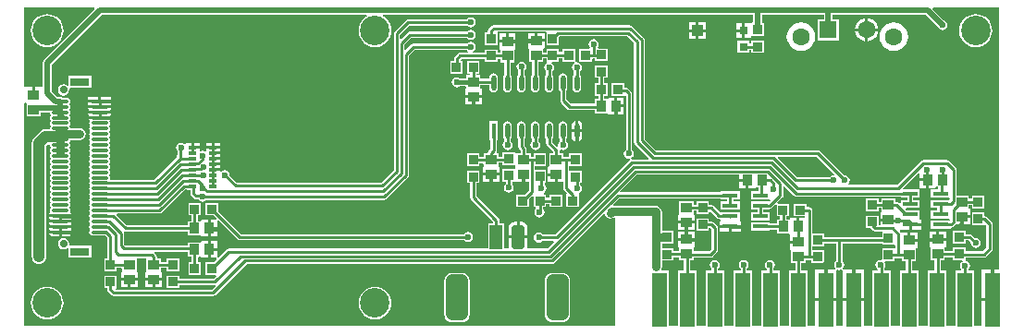
<source format=gtl>
G04*
G04 #@! TF.GenerationSoftware,Altium Limited,Altium Designer,19.0.10 (269)*
G04*
G04 Layer_Physical_Order=1*
G04 Layer_Color=255*
%FSLAX25Y25*%
%MOIN*%
G70*
G01*
G75*
%ADD12C,0.01968*%
%ADD16C,0.01000*%
%ADD18R,0.03937X0.03543*%
%ADD19R,0.05709X0.01772*%
%ADD20R,0.03000X0.01400*%
%ADD21R,0.03347X0.03347*%
%ADD22R,0.03543X0.03937*%
%ADD23R,0.03347X0.03347*%
%ADD24R,0.05512X0.19685*%
%ADD25O,0.01772X0.05709*%
%ADD26R,0.01772X0.05709*%
G04:AMPARAMS|DCode=27|XSize=47.24mil|YSize=86.61mil|CornerRadius=11.81mil|HoleSize=0mil|Usage=FLASHONLY|Rotation=0.000|XOffset=0mil|YOffset=0mil|HoleType=Round|Shape=RoundedRectangle|*
%AMROUNDEDRECTD27*
21,1,0.04724,0.06299,0,0,0.0*
21,1,0.02362,0.08661,0,0,0.0*
1,1,0.02362,0.01181,-0.03150*
1,1,0.02362,-0.01181,-0.03150*
1,1,0.02362,-0.01181,0.03150*
1,1,0.02362,0.01181,0.03150*
%
%ADD27ROUNDEDRECTD27*%
%ADD28R,0.04724X0.08661*%
G04:AMPARAMS|DCode=29|XSize=78.74mil|YSize=165.35mil|CornerRadius=19.68mil|HoleSize=0mil|Usage=FLASHONLY|Rotation=0.000|XOffset=0mil|YOffset=0mil|HoleType=Round|Shape=RoundedRectangle|*
%AMROUNDEDRECTD29*
21,1,0.07874,0.12598,0,0,0.0*
21,1,0.03937,0.16535,0,0,0.0*
1,1,0.03937,0.01968,-0.06299*
1,1,0.03937,-0.01968,-0.06299*
1,1,0.03937,-0.01968,0.06299*
1,1,0.03937,0.01968,0.06299*
%
%ADD29ROUNDEDRECTD29*%
%ADD30R,0.03150X0.03150*%
%ADD31R,0.07087X0.03150*%
%ADD32R,0.06299X0.01181*%
%ADD33O,0.06299X0.01181*%
%ADD55R,0.03937X0.03937*%
%ADD56C,0.03937*%
%ADD57C,0.01575*%
%ADD58C,0.02953*%
%ADD59C,0.06299*%
%ADD60R,0.06299X0.06299*%
%ADD61C,0.10630*%
%ADD62C,0.02756*%
%ADD63C,0.02362*%
G36*
X352699Y21866D02*
X350894D01*
Y11024D01*
X350394D01*
Y10524D01*
X346638D01*
Y1631D01*
X343750D01*
Y21466D01*
X342084D01*
X341953Y21696D01*
X341879Y21966D01*
X342229Y22490D01*
X342367Y23185D01*
X342229Y23880D01*
X341835Y24469D01*
X341246Y24863D01*
X341108Y24891D01*
X340856Y25286D01*
X340856Y25377D01*
Y26339D01*
X347342D01*
X347342Y26339D01*
X347772Y26425D01*
X348136Y26668D01*
X350202Y28734D01*
X350446Y29098D01*
X350531Y29528D01*
X350531Y29528D01*
Y38386D01*
X350531Y38386D01*
X350446Y38815D01*
X350202Y39179D01*
X350202Y39179D01*
X348297Y41084D01*
X347933Y41328D01*
X347588Y41396D01*
Y42565D01*
X343042D01*
Y38018D01*
X347588D01*
Y38018D01*
X347878Y38138D01*
X348288Y37815D01*
Y29992D01*
X346878Y28582D01*
X340856D01*
Y29832D01*
X336309D01*
Y28681D01*
X333631D01*
X333277Y29034D01*
X333277Y29861D01*
X333677Y30102D01*
X333677Y30172D01*
X333677Y30172D01*
Y32374D01*
X330709D01*
X327740D01*
Y30172D01*
X327740Y30172D01*
Y30102D01*
X328140Y29861D01*
X328140Y29602D01*
Y25187D01*
X329587D01*
Y21466D01*
X327038D01*
Y1631D01*
X323750D01*
Y21466D01*
X321515D01*
Y24853D01*
X322962D01*
Y29596D01*
X323362Y29768D01*
Y32039D01*
X320394D01*
Y32539D01*
X319894D01*
Y35311D01*
X317439D01*
X317324Y35483D01*
X317324Y35483D01*
X317039Y35768D01*
X317246Y36268D01*
X320366D01*
Y38154D01*
X320866D01*
Y38654D01*
X324721D01*
Y40040D01*
X324638D01*
X324321Y40409D01*
X324321Y40540D01*
Y43380D01*
X319451D01*
X319202Y43688D01*
X319403Y44149D01*
X324321D01*
Y47120D01*
X321988D01*
Y47889D01*
X324321D01*
Y50861D01*
X318318D01*
X318127Y51323D01*
X323795Y56991D01*
X324295Y56784D01*
Y54891D01*
X327067D01*
Y54391D01*
X327567D01*
Y51422D01*
X329769D01*
X329769Y51422D01*
X329839D01*
X330080Y51822D01*
X330339Y51822D01*
X330957D01*
Y50861D01*
X328239D01*
Y47889D01*
X334875D01*
X335102Y47505D01*
X334875Y47120D01*
X328239D01*
Y44149D01*
X330571D01*
Y43380D01*
X328239D01*
Y40409D01*
X334875D01*
X335102Y40024D01*
X334875Y39640D01*
X328239D01*
Y36669D01*
X335147D01*
Y36671D01*
X335414Y37049D01*
X335843Y37134D01*
X336207Y37377D01*
X337134Y38304D01*
X337134Y38304D01*
X337136Y38307D01*
X338910D01*
Y41079D01*
X339409D01*
Y41579D01*
X342378D01*
Y43850D01*
X341978Y44022D01*
Y45272D01*
X343042D01*
Y44120D01*
X347588D01*
Y48667D01*
X343042D01*
Y47515D01*
X341978D01*
Y48765D01*
X337462D01*
Y58026D01*
X337462Y58026D01*
X337377Y58455D01*
X337134Y58819D01*
X337134Y58819D01*
X334808Y61145D01*
X334444Y61388D01*
X334015Y61474D01*
X334015Y61474D01*
X325570D01*
X325570Y61474D01*
X325141Y61388D01*
X324777Y61145D01*
X324777Y61145D01*
X316114Y52482D01*
X298810D01*
X298617Y52982D01*
X298922Y53439D01*
X299060Y54134D01*
X298922Y54829D01*
X298528Y55418D01*
X297939Y55812D01*
X297244Y55950D01*
X297052Y55912D01*
X288372Y64592D01*
X288008Y64835D01*
X287579Y64921D01*
X287579Y64921D01*
X229282D01*
X225163Y69041D01*
Y104797D01*
X225163Y104797D01*
X225077Y105226D01*
X224834Y105590D01*
X220549Y109875D01*
X220185Y110118D01*
X219756Y110204D01*
X219756Y110203D01*
X170720D01*
X170291Y110118D01*
X169927Y109875D01*
X169927Y109875D01*
X168990Y108939D01*
X168747Y108575D01*
X168662Y108146D01*
X168662Y108146D01*
Y107509D01*
X167510D01*
Y102962D01*
X172057D01*
Y107509D01*
X172057D01*
X172173Y107960D01*
X189339D01*
X189705Y107637D01*
Y103091D01*
X194252D01*
Y106051D01*
X194362Y106162D01*
X218827D01*
X221319Y103669D01*
Y67913D01*
X221319Y67913D01*
X221405Y67484D01*
X221648Y67120D01*
X226586Y62183D01*
X226394Y61721D01*
X220480D01*
X220480Y61721D01*
X220290Y62193D01*
X220772Y62515D01*
X221166Y63104D01*
X221304Y63799D01*
X221166Y64494D01*
X220772Y65083D01*
X220610Y65192D01*
Y85630D01*
X220610Y85630D01*
X220524Y86059D01*
X220281Y86423D01*
X219297Y87407D01*
X218933Y87650D01*
X218504Y87736D01*
X218504Y87736D01*
X217863D01*
Y89164D01*
X213316D01*
Y84618D01*
X217863D01*
Y84618D01*
X218363Y84633D01*
X218367Y84630D01*
Y65192D01*
X218204Y65083D01*
X217810Y64494D01*
X217672Y63799D01*
X217810Y63104D01*
X218204Y62515D01*
X218793Y62121D01*
X219488Y61983D01*
X219749Y62035D01*
X219944Y61564D01*
X219687Y61392D01*
X219687Y61392D01*
X192881Y34586D01*
X188401D01*
X188292Y34749D01*
X187703Y35142D01*
X187008Y35281D01*
X186313Y35142D01*
X185724Y34749D01*
X185330Y34159D01*
X185192Y33465D01*
X185330Y32770D01*
X185724Y32181D01*
X186313Y31787D01*
X187008Y31649D01*
X187703Y31787D01*
X188292Y32181D01*
X188401Y32343D01*
X192247D01*
X192438Y31881D01*
X190028Y29470D01*
X183113D01*
X182801Y29970D01*
X182932Y30630D01*
Y33279D01*
X176123D01*
Y30630D01*
X176254Y29970D01*
X175943Y29470D01*
X174616D01*
Y38710D01*
X172775D01*
Y39706D01*
X172775Y39706D01*
X172690Y40135D01*
X172447Y40499D01*
X172447Y40499D01*
X164507Y48438D01*
Y53176D01*
X165659D01*
Y57722D01*
X161113D01*
Y53176D01*
X162264D01*
Y47973D01*
X162264Y47973D01*
X162350Y47544D01*
X162593Y47180D01*
X170532Y39241D01*
Y38710D01*
X168691D01*
Y29470D01*
X75217D01*
X75217Y29470D01*
X74787Y29385D01*
X74423Y29142D01*
X72140Y26858D01*
X71910Y26704D01*
X71910Y26704D01*
X71579Y26373D01*
X71079Y26581D01*
Y28693D01*
X68807D01*
Y26224D01*
X70723D01*
X70930Y25724D01*
X69782Y24576D01*
X66821D01*
Y20030D01*
X70572D01*
X70763Y19568D01*
X69836Y18641D01*
X57391D01*
Y19793D01*
X52845D01*
Y15246D01*
X57391D01*
Y16398D01*
X70207D01*
X70361Y16174D01*
X70430Y15914D01*
X69197Y14681D01*
X34696D01*
X34652Y14746D01*
X34887Y15247D01*
X34887D01*
Y19793D01*
X30341D01*
Y15246D01*
X31493D01*
Y14728D01*
X31493Y14728D01*
X31578Y14299D01*
X31821Y13935D01*
X32990Y12766D01*
X32990Y12766D01*
X33354Y12523D01*
X33784Y12438D01*
X33784Y12438D01*
X69661D01*
X69661Y12438D01*
X70091Y12523D01*
X70454Y12766D01*
X81716Y24027D01*
X191818D01*
X191818Y24027D01*
X192247Y24113D01*
X192611Y24356D01*
X210265Y42010D01*
X210743Y41865D01*
X210791Y41625D01*
X211250Y40938D01*
X211937Y40479D01*
X212747Y40318D01*
X213557Y40479D01*
X213923Y40723D01*
X214567D01*
Y40048D01*
X214510Y39764D01*
X214510Y1631D01*
X1631D01*
Y81901D01*
X1953Y82268D01*
X2353Y82009D01*
X2353Y81768D01*
Y77353D01*
X7490D01*
Y78700D01*
X10802D01*
X10886Y78276D01*
X11150Y77882D01*
Y77630D01*
X10886Y77236D01*
X10794Y76772D01*
X10886Y76307D01*
X11150Y75913D01*
Y75661D01*
X10886Y75268D01*
X10794Y74803D01*
X10886Y74339D01*
X11150Y73945D01*
Y73693D01*
X10886Y73299D01*
X10794Y72835D01*
X10598Y72596D01*
X9202D01*
X8532Y72508D01*
X7907Y72249D01*
X7371Y71837D01*
X5058Y69525D01*
X4646Y68988D01*
X4387Y68363D01*
X4299Y67693D01*
Y26575D01*
X4387Y25904D01*
X4646Y25280D01*
X5058Y24743D01*
X5594Y24331D01*
X6219Y24072D01*
X6890Y23984D01*
X7560Y24072D01*
X8185Y24331D01*
X8722Y24743D01*
X9133Y25280D01*
X9392Y25904D01*
X9480Y26575D01*
Y66620D01*
X9988Y67127D01*
X10646Y67103D01*
X10794Y66929D01*
X10886Y66465D01*
X11150Y66071D01*
Y65819D01*
X10886Y65425D01*
X10794Y64961D01*
X10886Y64496D01*
X11150Y64102D01*
Y63850D01*
X10886Y63457D01*
X10794Y62992D01*
X10886Y62528D01*
X11150Y62134D01*
Y61882D01*
X10886Y61488D01*
X10794Y61024D01*
X10886Y60559D01*
X11150Y60165D01*
Y59913D01*
X10886Y59520D01*
X10794Y59055D01*
X10886Y58591D01*
X11150Y58197D01*
Y57945D01*
X10886Y57551D01*
X10794Y57087D01*
X10886Y56622D01*
X11150Y56228D01*
Y55976D01*
X10886Y55583D01*
X10794Y55118D01*
X10886Y54654D01*
X11150Y54260D01*
Y54008D01*
X10886Y53614D01*
X10794Y53150D01*
X10886Y52685D01*
X11150Y52291D01*
Y52039D01*
X10886Y51646D01*
X10794Y51181D01*
X10886Y50717D01*
X11150Y50323D01*
Y50071D01*
X10886Y49677D01*
X10794Y49213D01*
X10886Y48748D01*
X11150Y48354D01*
Y48102D01*
X10886Y47709D01*
X10794Y47244D01*
X10886Y46780D01*
X11150Y46386D01*
Y46134D01*
X10886Y45740D01*
X10794Y45276D01*
X10886Y44811D01*
X11150Y44417D01*
Y44165D01*
X10886Y43772D01*
X10794Y43307D01*
X10886Y42843D01*
X11044Y42607D01*
X10861Y42485D01*
X10510Y41959D01*
X10486Y41839D01*
X18648D01*
X18624Y41959D01*
X18273Y42485D01*
X18090Y42607D01*
X18248Y42843D01*
X18340Y43307D01*
X18248Y43772D01*
X17984Y44165D01*
Y44417D01*
X18248Y44811D01*
X18340Y45276D01*
X18248Y45740D01*
X17984Y46134D01*
Y46386D01*
X18248Y46780D01*
X18340Y47244D01*
X18248Y47709D01*
X17984Y48102D01*
Y48354D01*
X18248Y48748D01*
X18340Y49213D01*
X18248Y49677D01*
X17984Y50071D01*
Y50323D01*
X18248Y50717D01*
X18340Y51181D01*
X18248Y51646D01*
X17984Y52039D01*
Y52291D01*
X18248Y52685D01*
X18340Y53150D01*
X18248Y53614D01*
X17984Y54008D01*
Y54260D01*
X18248Y54654D01*
X18340Y55118D01*
X18248Y55583D01*
X17984Y55976D01*
Y56228D01*
X18248Y56622D01*
X18340Y57087D01*
X18248Y57551D01*
X17984Y57945D01*
Y58197D01*
X18248Y58591D01*
X18340Y59055D01*
X18248Y59520D01*
X17984Y59913D01*
Y60165D01*
X18248Y60559D01*
X18340Y61024D01*
X18248Y61488D01*
X17984Y61882D01*
Y62134D01*
X18248Y62528D01*
X18340Y62992D01*
X18248Y63457D01*
X17984Y63850D01*
Y64102D01*
X18248Y64496D01*
X18340Y64961D01*
X18248Y65425D01*
X17984Y65819D01*
Y66071D01*
X18248Y66465D01*
X18340Y66929D01*
X18248Y67394D01*
X17984Y67787D01*
Y68039D01*
X18248Y68433D01*
X18310Y68749D01*
X21654D01*
X22464Y68910D01*
X23151Y69369D01*
X23609Y70056D01*
X23771Y70866D01*
X23609Y71676D01*
X23151Y72363D01*
X22464Y72822D01*
X21654Y72983D01*
X18310D01*
X18248Y73299D01*
X17984Y73693D01*
Y73945D01*
X18248Y74339D01*
X18340Y74803D01*
X18248Y75268D01*
X17984Y75661D01*
Y75913D01*
X18248Y76307D01*
X18340Y76772D01*
X18248Y77236D01*
X17984Y77630D01*
Y77882D01*
X18248Y78276D01*
X18340Y78740D01*
X18248Y79205D01*
X17984Y79598D01*
Y79850D01*
X18248Y80244D01*
X18340Y80709D01*
X18248Y81173D01*
X17984Y81567D01*
Y81819D01*
X18248Y82213D01*
X18340Y82677D01*
X18248Y83142D01*
X17984Y83535D01*
X17591Y83799D01*
X17126Y83891D01*
X15602D01*
X15185Y84169D01*
X14567Y84292D01*
X13464D01*
X11458Y86299D01*
Y95985D01*
X29384Y113911D01*
X124902D01*
X125027Y113411D01*
X124651Y113210D01*
X123750Y112470D01*
X123011Y111570D01*
X122462Y110542D01*
X122123Y109427D01*
X122009Y108268D01*
X122123Y107108D01*
X122462Y105993D01*
X123011Y104966D01*
X123750Y104065D01*
X124651Y103326D01*
X125678Y102777D01*
X126793Y102438D01*
X127953Y102324D01*
X129112Y102438D01*
X130227Y102777D01*
X131255Y103326D01*
X132156Y104065D01*
X132895Y104966D01*
X133444Y105993D01*
X133782Y107108D01*
X133896Y108268D01*
X133782Y109427D01*
X133444Y110542D01*
X132895Y111570D01*
X132156Y112470D01*
X131255Y113210D01*
X130878Y113411D01*
X131004Y113911D01*
X264123D01*
Y111195D01*
X263623Y110829D01*
X263352Y110843D01*
X262975Y110843D01*
X261278D01*
Y108268D01*
Y105693D01*
X263352D01*
Y105817D01*
X263465Y106271D01*
X263852Y106271D01*
X268011D01*
Y110817D01*
X267354D01*
Y113911D01*
X289723D01*
Y112294D01*
X287589D01*
Y104795D01*
X295088D01*
Y112294D01*
X292954D01*
Y113911D01*
X326423D01*
X330682Y109652D01*
X330704Y109541D01*
X331098Y108952D01*
X331687Y108558D01*
X332382Y108420D01*
X333077Y108558D01*
X333666Y108952D01*
X334060Y109541D01*
X334198Y110236D01*
X334060Y110931D01*
X333666Y111520D01*
X333077Y111914D01*
X332967Y111936D01*
X328886Y116017D01*
X329077Y116479D01*
X352699D01*
Y21866D01*
D02*
G37*
G36*
X26922Y116017D02*
X8700Y97796D01*
X8350Y97272D01*
X8227Y96653D01*
Y88171D01*
X7890Y87811D01*
X7727Y87811D01*
X5421D01*
Y85039D01*
X4421D01*
Y87811D01*
X2131D01*
X1953Y87811D01*
X1631Y88178D01*
Y116479D01*
X26730D01*
X26922Y116017D01*
D02*
G37*
G36*
X293387Y56405D02*
X293163Y55921D01*
X292612Y55812D01*
X292023Y55418D01*
X291914Y55255D01*
X280017D01*
X273057Y62216D01*
X273248Y62678D01*
X287114D01*
X293387Y56405D01*
D02*
G37*
G36*
X278993Y48582D02*
X278993Y48582D01*
X279357Y48339D01*
X279786Y48253D01*
X279786Y48253D01*
X317412D01*
Y47889D01*
X319745D01*
Y47120D01*
X317412D01*
Y46033D01*
X316950Y45841D01*
X316722Y46069D01*
X316359Y46312D01*
X315929Y46397D01*
X315561Y46706D01*
Y47647D01*
X310424D01*
Y46397D01*
X309360D01*
Y47549D01*
X304813D01*
Y43002D01*
X309360D01*
Y44154D01*
X310424D01*
Y42904D01*
X310024Y42732D01*
Y40461D01*
X312992D01*
Y39461D01*
X310024D01*
Y37996D01*
X309360D01*
Y41447D01*
X304813D01*
Y36900D01*
X306593D01*
X307411Y36082D01*
X307775Y35839D01*
X308204Y35753D01*
X308204Y35753D01*
X310282D01*
X310719Y35600D01*
Y33602D01*
X289675D01*
Y34950D01*
X285472D01*
Y43406D01*
X285387Y43835D01*
X285143Y44199D01*
X284780Y44442D01*
X284350Y44527D01*
X283356D01*
Y45679D01*
X278809D01*
Y41132D01*
X282805D01*
X282930Y40968D01*
X282683Y40468D01*
X280894D01*
Y37500D01*
X279894D01*
Y40468D01*
X277692D01*
X277692Y40468D01*
X277622D01*
X277381Y40069D01*
X277122Y40069D01*
X276200D01*
Y41132D01*
X277254D01*
Y45679D01*
X273199D01*
X272992Y46179D01*
X274784Y47970D01*
X274784Y47970D01*
X275027Y48334D01*
X275112Y48763D01*
X275112Y48763D01*
Y51809D01*
X275574Y52001D01*
X278993Y48582D01*
D02*
G37*
G36*
X259335Y54681D02*
X262106D01*
Y54181D01*
X262606D01*
Y51213D01*
X264878D01*
X265050Y51613D01*
X266095D01*
Y50206D01*
X263376D01*
Y47235D01*
X270169D01*
X270440Y46799D01*
X270107Y46466D01*
X263376D01*
Y43494D01*
X265709D01*
Y42726D01*
X263376D01*
Y39754D01*
X270285D01*
Y42726D01*
X267952D01*
Y43494D01*
X270285D01*
Y43874D01*
X270637Y43944D01*
X271001Y44187D01*
X272207Y45394D01*
X272707Y45186D01*
Y41132D01*
X273957D01*
Y40069D01*
X272707D01*
Y38622D01*
X270285D01*
Y38986D01*
X263376D01*
Y36014D01*
X270285D01*
Y36378D01*
X272707D01*
Y34931D01*
X277155D01*
X277499Y34693D01*
X277543Y34470D01*
Y32390D01*
X280512D01*
Y31390D01*
X277543D01*
Y29118D01*
X277943Y28946D01*
Y24203D01*
X279390D01*
Y21466D01*
X277038D01*
Y1631D01*
X273750D01*
Y21466D01*
X271515D01*
Y22284D01*
X271595Y22338D01*
X271989Y22927D01*
X272127Y23622D01*
X271989Y24317D01*
X271595Y24906D01*
X271006Y25300D01*
X270311Y25438D01*
X269616Y25300D01*
X269027Y24906D01*
X268634Y24317D01*
X268495Y23622D01*
X268634Y22927D01*
X269027Y22338D01*
X269272Y22174D01*
Y21466D01*
X267038D01*
Y1631D01*
X263750D01*
Y21466D01*
X261948D01*
Y22229D01*
X262111Y22338D01*
X262505Y22927D01*
X262643Y23622D01*
X262505Y24317D01*
X262111Y24906D01*
X261522Y25300D01*
X260827Y25438D01*
X260132Y25300D01*
X259543Y24906D01*
X259149Y24317D01*
X259011Y23622D01*
X259149Y22927D01*
X259543Y22338D01*
X259705Y22229D01*
Y21466D01*
X257038D01*
Y1631D01*
X253750D01*
Y21466D01*
X251488D01*
Y22229D01*
X251650Y22338D01*
X252044Y22927D01*
X252182Y23622D01*
X252044Y24317D01*
X251650Y24906D01*
X251061Y25300D01*
X250366Y25438D01*
X249671Y25300D01*
X249082Y24906D01*
X248688Y24317D01*
X248550Y23622D01*
X248688Y22927D01*
X249082Y22338D01*
X249245Y22229D01*
Y21466D01*
X247038D01*
Y1631D01*
X243750D01*
Y21466D01*
X241515D01*
Y25187D01*
X242726D01*
Y26339D01*
X248917D01*
X248917Y26339D01*
X249346Y26425D01*
X249710Y26668D01*
X251187Y28144D01*
X251187Y28144D01*
X251430Y28508D01*
X251515Y28937D01*
Y37008D01*
X251515Y37008D01*
X251430Y37437D01*
X251187Y37801D01*
X251187Y37801D01*
X250006Y38982D01*
X249642Y39225D01*
X249213Y39311D01*
X249213Y39311D01*
X248336D01*
Y40462D01*
X243790D01*
Y35916D01*
X248336D01*
Y36854D01*
X248836Y36979D01*
X249272Y36543D01*
Y29402D01*
X248453Y28582D01*
X243079D01*
X242726Y28936D01*
X242726Y29861D01*
X243126Y30102D01*
X243126Y30172D01*
X243126Y30172D01*
Y32374D01*
X240158D01*
X237189D01*
Y30172D01*
X237189Y30172D01*
Y30102D01*
X237589Y29861D01*
X237589Y29602D01*
Y28681D01*
X235541D01*
Y29734D01*
X231448D01*
Y31290D01*
X235541D01*
Y35836D01*
X231448D01*
Y42584D01*
X231287Y43394D01*
X230828Y44080D01*
X230571Y44337D01*
X229884Y44796D01*
X229074Y44957D01*
X213866D01*
X213674Y45419D01*
X215854Y47599D01*
X252550D01*
Y47235D01*
X254882D01*
Y46466D01*
X252550D01*
Y43494D01*
X259458D01*
Y46466D01*
X257125D01*
Y47235D01*
X259458D01*
Y50206D01*
X252550D01*
Y49842D01*
X216488D01*
X216296Y50304D01*
X222270Y56278D01*
X259335D01*
Y54681D01*
D02*
G37*
G36*
X310719Y31054D02*
X315265D01*
X315409Y30613D01*
Y29938D01*
X315265Y29498D01*
X310719D01*
Y25697D01*
X310332Y25380D01*
X310039Y25438D01*
X309344Y25300D01*
X308755Y24906D01*
X308362Y24317D01*
X308223Y23622D01*
X308362Y22927D01*
X308755Y22338D01*
X309272Y21993D01*
Y21466D01*
X307038D01*
Y1631D01*
X304150D01*
Y10524D01*
X300394D01*
X296638D01*
Y1631D01*
X294150D01*
Y10524D01*
X290394D01*
X286638D01*
Y1631D01*
X283750D01*
Y21466D01*
X281633D01*
Y24203D01*
X283080D01*
Y25453D01*
X285128D01*
Y24302D01*
X289675D01*
Y28848D01*
X285472D01*
Y30404D01*
X289675D01*
Y31359D01*
X294154D01*
Y24932D01*
X293991Y24824D01*
X293598Y24235D01*
X293460Y23540D01*
X293598Y22845D01*
X293918Y22366D01*
X293783Y21980D01*
X293696Y21866D01*
X290894D01*
Y11524D01*
X294150D01*
Y21549D01*
X294469Y21780D01*
X294650Y21848D01*
X295276Y21724D01*
X295971Y21862D01*
X296199Y22015D01*
X296638Y21706D01*
Y11524D01*
X299894D01*
Y21866D01*
X296855D01*
X296767Y21982D01*
X296632Y22364D01*
X296953Y22845D01*
X297092Y23540D01*
X296953Y24235D01*
X296560Y24824D01*
X296397Y24932D01*
Y31359D01*
X310719D01*
Y31054D01*
D02*
G37*
G36*
X336309Y25286D02*
X339614D01*
X339741Y24786D01*
X339267Y24469D01*
X338873Y23880D01*
X338735Y23185D01*
X338873Y22490D01*
X339224Y21966D01*
X339107Y21539D01*
X339074Y21466D01*
X337038D01*
Y1631D01*
X333750D01*
Y21466D01*
X331830D01*
Y25187D01*
X333277D01*
Y26438D01*
X336309D01*
Y25286D01*
D02*
G37*
G36*
X317825Y24853D02*
X319272D01*
Y21466D01*
X317038D01*
Y1631D01*
X313750D01*
Y21466D01*
X311515D01*
Y22625D01*
X311717Y22927D01*
X311855Y23622D01*
X311717Y24317D01*
X311628Y24451D01*
X311895Y24951D01*
X315265D01*
Y26103D01*
X317825D01*
Y24853D01*
D02*
G37*
G36*
X237589Y25187D02*
X239272D01*
Y21466D01*
X237038D01*
Y1631D01*
X233750D01*
Y21466D01*
X231412D01*
X231145Y21966D01*
X231287Y22178D01*
X231448Y22988D01*
Y25187D01*
X235541D01*
Y26438D01*
X237589D01*
Y25187D01*
D02*
G37*
%LPC*%
G36*
X162402Y113037D02*
X161707Y112898D01*
X161117Y112505D01*
X161009Y112342D01*
X139843D01*
X139843Y112342D01*
X139414Y112257D01*
X139050Y112013D01*
X139050Y112013D01*
X135034Y107997D01*
X134791Y107633D01*
X134705Y107204D01*
X134705Y107204D01*
Y57882D01*
X130175Y53352D01*
X78156D01*
X75597Y55911D01*
X75635Y56102D01*
X75497Y56797D01*
X75103Y57386D01*
X74514Y57780D01*
X73819Y57918D01*
X73124Y57780D01*
X72595Y57427D01*
X72337Y57495D01*
X72228Y57555D01*
X69595D01*
Y58555D01*
X72095D01*
Y59555D01*
X69595D01*
Y60555D01*
X72095D01*
Y61555D01*
X69595D01*
Y62555D01*
X72095D01*
Y63555D01*
X69595D01*
Y64555D01*
X72095D01*
Y65555D01*
X69595D01*
X67095D01*
Y64896D01*
X66722Y64697D01*
X66595Y64679D01*
X65945Y64808D01*
X65295Y64679D01*
X65168Y64697D01*
X64795Y64896D01*
Y65555D01*
X62295D01*
Y66055D01*
X61795D01*
Y67755D01*
X59795D01*
Y67471D01*
X59553Y67338D01*
X59295Y67269D01*
X58766Y67623D01*
X58071Y67761D01*
X57376Y67623D01*
X56787Y67229D01*
X56393Y66640D01*
X56255Y65945D01*
X56393Y65250D01*
X56689Y64808D01*
Y63593D01*
X56620Y63247D01*
X56620Y63247D01*
Y62520D01*
X48371Y54271D01*
X32721D01*
X32444Y54771D01*
X32513Y55118D01*
X32421Y55583D01*
X32157Y55976D01*
Y56228D01*
X32421Y56622D01*
X32513Y57087D01*
X32421Y57551D01*
X32157Y57945D01*
Y58197D01*
X32421Y58591D01*
X32513Y59055D01*
X32421Y59520D01*
X32157Y59913D01*
Y60165D01*
X32421Y60559D01*
X32513Y61024D01*
X32421Y61488D01*
X32157Y61882D01*
Y62134D01*
X32421Y62528D01*
X32513Y62992D01*
X32421Y63457D01*
X32157Y63850D01*
Y64102D01*
X32421Y64496D01*
X32513Y64961D01*
X32421Y65425D01*
X32157Y65819D01*
Y66071D01*
X32421Y66465D01*
X32513Y66929D01*
X32421Y67394D01*
X32157Y67787D01*
Y68039D01*
X32421Y68433D01*
X32513Y68898D01*
X32421Y69362D01*
X32157Y69756D01*
Y70008D01*
X32421Y70402D01*
X32513Y70866D01*
X32421Y71331D01*
X32157Y71724D01*
Y71976D01*
X32421Y72370D01*
X32513Y72835D01*
X32421Y73299D01*
X32157Y73693D01*
Y73945D01*
X32421Y74339D01*
X32513Y74803D01*
X32421Y75268D01*
X32263Y75503D01*
X32446Y75625D01*
X32798Y76151D01*
X32821Y76272D01*
X24659D01*
X24683Y76151D01*
X25034Y75625D01*
X25217Y75503D01*
X25060Y75268D01*
X24967Y74803D01*
X25060Y74339D01*
X25323Y73945D01*
Y73693D01*
X25060Y73299D01*
X24967Y72835D01*
X25060Y72370D01*
X25323Y71976D01*
Y71724D01*
X25060Y71331D01*
X24967Y70866D01*
X25060Y70402D01*
X25323Y70008D01*
Y69756D01*
X25060Y69362D01*
X24967Y68898D01*
X25060Y68433D01*
X25323Y68039D01*
Y67787D01*
X25060Y67394D01*
X24967Y66929D01*
X25060Y66465D01*
X25323Y66071D01*
Y65819D01*
X25060Y65425D01*
X24967Y64961D01*
X25060Y64496D01*
X25323Y64102D01*
Y63850D01*
X25060Y63457D01*
X24967Y62992D01*
X25060Y62528D01*
X25323Y62134D01*
Y61882D01*
X25060Y61488D01*
X24967Y61024D01*
X25060Y60559D01*
X25323Y60165D01*
Y59913D01*
X25060Y59520D01*
X24967Y59055D01*
X25060Y58591D01*
X25323Y58197D01*
Y57945D01*
X25060Y57551D01*
X24967Y57087D01*
X25060Y56622D01*
X25323Y56228D01*
Y55976D01*
X25060Y55583D01*
X24967Y55118D01*
X25060Y54654D01*
X25323Y54260D01*
Y54008D01*
X25060Y53614D01*
X24967Y53150D01*
X25060Y52685D01*
X25323Y52291D01*
Y52039D01*
X25060Y51646D01*
X24967Y51181D01*
X25060Y50717D01*
X25323Y50323D01*
Y50071D01*
X25060Y49677D01*
X24967Y49213D01*
X25060Y48748D01*
X25323Y48354D01*
Y48102D01*
X25060Y47709D01*
X24967Y47244D01*
X25060Y46780D01*
X25323Y46386D01*
Y46134D01*
X25060Y45740D01*
X24967Y45276D01*
X25060Y44811D01*
X25323Y44417D01*
Y44165D01*
X25060Y43772D01*
X24967Y43307D01*
X25060Y42843D01*
X25323Y42449D01*
Y42197D01*
X25060Y41803D01*
X24967Y41339D01*
X25060Y40874D01*
X25323Y40480D01*
Y40228D01*
X25060Y39835D01*
X24967Y39370D01*
X25060Y38906D01*
X25323Y38512D01*
Y38260D01*
X25060Y37866D01*
X24967Y37402D01*
X25060Y36937D01*
X25323Y36543D01*
Y36291D01*
X25060Y35898D01*
X24967Y35433D01*
X25060Y34969D01*
X25323Y34575D01*
X25717Y34312D01*
X26181Y34219D01*
X30878D01*
X31493Y33605D01*
Y25895D01*
X30341D01*
Y21349D01*
X34887D01*
Y22501D01*
X36582D01*
X36935Y22147D01*
X36935Y21320D01*
X36535Y21079D01*
X36535Y21009D01*
X36535Y21009D01*
Y18807D01*
X42472D01*
Y21009D01*
X42472Y21009D01*
Y21079D01*
X42072Y21320D01*
X42072Y21579D01*
Y25994D01*
X42527Y26103D01*
X45205D01*
X45660Y25994D01*
X45660Y21320D01*
X45260Y21079D01*
X45260Y21009D01*
X45260Y21009D01*
Y18807D01*
X51197D01*
Y21009D01*
X51197Y21009D01*
Y21079D01*
X50797Y21320D01*
X50797Y21579D01*
Y22501D01*
X52845D01*
Y21349D01*
X57391D01*
Y25895D01*
X52845D01*
Y24744D01*
X50797D01*
Y25994D01*
X49350D01*
Y26575D01*
X49350Y26575D01*
X49264Y27004D01*
X49021Y27368D01*
X49021Y27368D01*
X48483Y27906D01*
X48622Y28346D01*
X48668Y28406D01*
X60620D01*
Y26624D01*
X61871D01*
Y24576D01*
X60719D01*
Y20030D01*
X65265D01*
Y24576D01*
X64114D01*
Y26271D01*
X64467Y26624D01*
X65294Y26624D01*
X65535Y26224D01*
X65605Y26224D01*
X65605Y26224D01*
X67807D01*
Y29193D01*
Y32161D01*
X65605D01*
X65605Y32161D01*
X65535D01*
X65294Y31761D01*
X65035Y31761D01*
X60620D01*
Y30649D01*
X37866D01*
X37539Y30976D01*
Y34969D01*
X37539Y34969D01*
X37458Y35377D01*
X37529Y35490D01*
X37785Y35801D01*
X38027Y35753D01*
X38027Y35753D01*
X60620D01*
Y34306D01*
X65294Y34306D01*
X65535Y33906D01*
X65605Y33906D01*
X65605Y33906D01*
X67807D01*
Y36875D01*
Y39843D01*
X65605D01*
X65605Y39843D01*
X65535D01*
X65294Y39443D01*
X65035Y39443D01*
X64114D01*
Y41491D01*
X65265D01*
Y46038D01*
X60719D01*
Y41491D01*
X61871D01*
Y39443D01*
X60620D01*
Y37996D01*
X38491D01*
X34802Y41686D01*
X35009Y42186D01*
X50307D01*
X50307Y42186D01*
X50736Y42271D01*
X51100Y42514D01*
X59520Y50934D01*
X60195D01*
Y50755D01*
X61477D01*
Y49375D01*
X61477Y49375D01*
X61562Y48946D01*
X61805Y48582D01*
X62691Y47696D01*
X62691Y47696D01*
X63055Y47453D01*
X63484Y47367D01*
X64378D01*
X64661Y46944D01*
X65250Y46551D01*
X65945Y46412D01*
X66640Y46551D01*
X67229Y46944D01*
X67338Y47107D01*
X131163D01*
X131163Y47107D01*
X131592Y47192D01*
X131956Y47435D01*
X139820Y55299D01*
X139820Y55299D01*
X140063Y55663D01*
X140148Y56092D01*
Y99192D01*
X142197Y101241D01*
X161009D01*
X161117Y101078D01*
X161601Y100755D01*
X161500Y100255D01*
X158495D01*
X158066Y100169D01*
X157702Y99926D01*
X157702Y99926D01*
X156687Y98911D01*
X156444Y98547D01*
X156359Y98118D01*
X156359Y98118D01*
Y97254D01*
X155010D01*
Y92708D01*
X159557D01*
Y97254D01*
X159080D01*
X158874Y97754D01*
X159088Y98011D01*
X167510D01*
Y96860D01*
X172057D01*
Y98011D01*
X173120D01*
Y96761D01*
X174598D01*
Y92335D01*
X174320Y91919D01*
X174205Y91339D01*
Y87402D01*
X174320Y86822D01*
X174649Y86331D01*
X175140Y86002D01*
X175720Y85887D01*
X176300Y86002D01*
X176791Y86331D01*
X177119Y86822D01*
X177235Y87402D01*
Y91339D01*
X177119Y91919D01*
X176841Y92335D01*
Y96761D01*
X178258D01*
X178258Y101435D01*
X178657Y101676D01*
X178657Y101746D01*
X178657Y101746D01*
Y103948D01*
X175689D01*
X172721D01*
Y101746D01*
X172721Y101746D01*
Y101676D01*
X173120Y101435D01*
X173120Y101176D01*
Y100255D01*
X172057D01*
Y101406D01*
X167510D01*
Y100255D01*
X163304D01*
X163202Y100755D01*
X163686Y101078D01*
X164079Y101667D01*
X164218Y102362D01*
X164079Y103057D01*
X163686Y103646D01*
X163096Y104040D01*
X162402Y104178D01*
X161707Y104040D01*
X161117Y103646D01*
X161009Y103484D01*
X141732D01*
X141732Y103484D01*
X141303Y103398D01*
X140939Y103155D01*
X140939Y103155D01*
X139010Y101226D01*
X138548Y101418D01*
Y103171D01*
X141027Y105650D01*
X161009D01*
X161117Y105488D01*
X161707Y105094D01*
X162402Y104956D01*
X163096Y105094D01*
X163686Y105488D01*
X164079Y106077D01*
X164218Y106772D01*
X164079Y107467D01*
X163686Y108056D01*
X163096Y108449D01*
X162402Y108588D01*
X161707Y108449D01*
X161117Y108056D01*
X161009Y107893D01*
X140563D01*
X140563Y107893D01*
X140134Y107808D01*
X139770Y107565D01*
X137410Y105205D01*
X136948Y105396D01*
Y106739D01*
X140308Y110099D01*
X161009D01*
X161117Y109936D01*
X161707Y109543D01*
X162402Y109405D01*
X163096Y109543D01*
X163686Y109936D01*
X164079Y110526D01*
X164218Y111221D01*
X164079Y111915D01*
X163686Y112505D01*
X163096Y112898D01*
X162402Y113037D01*
D02*
G37*
G36*
X305618Y112664D02*
Y109044D01*
X309238D01*
X309161Y109627D01*
X308743Y110637D01*
X308078Y111504D01*
X307211Y112169D01*
X306201Y112587D01*
X305618Y112664D01*
D02*
G37*
G36*
X304618D02*
X304035Y112587D01*
X303025Y112169D01*
X302159Y111504D01*
X301493Y110637D01*
X301075Y109627D01*
X300998Y109044D01*
X304618D01*
Y112664D01*
D02*
G37*
G36*
X260278Y110843D02*
X258203D01*
Y108768D01*
X260278D01*
Y110843D01*
D02*
G37*
G36*
X247063Y111236D02*
X244595D01*
Y108768D01*
X247063D01*
Y111236D01*
D02*
G37*
G36*
X243595D02*
X241126D01*
Y108768D01*
X243595D01*
Y111236D01*
D02*
G37*
G36*
X260278Y107768D02*
X258203D01*
Y105693D01*
X260278D01*
Y107768D01*
D02*
G37*
G36*
X247063Y107768D02*
X244595D01*
Y105299D01*
X247063D01*
Y107768D01*
D02*
G37*
G36*
X243595D02*
X241126D01*
Y105299D01*
X243595D01*
Y107768D01*
D02*
G37*
G36*
X189041Y107447D02*
X186573D01*
Y105175D01*
X189041D01*
Y107447D01*
D02*
G37*
G36*
X185573D02*
X183104D01*
Y105175D01*
X185573D01*
Y107447D01*
D02*
G37*
G36*
X178657Y107220D02*
X176189D01*
Y104948D01*
X178657D01*
Y107220D01*
D02*
G37*
G36*
X175189D02*
X172721D01*
Y104948D01*
X175189D01*
Y107220D01*
D02*
G37*
G36*
X309238Y108044D02*
X305618D01*
Y104425D01*
X306201Y104501D01*
X307211Y104919D01*
X308078Y105585D01*
X308743Y106451D01*
X309161Y107461D01*
X309238Y108044D01*
D02*
G37*
G36*
X304618D02*
X300998D01*
X301075Y107461D01*
X301493Y106451D01*
X302159Y105585D01*
X303025Y104919D01*
X304035Y104501D01*
X304618Y104425D01*
Y108044D01*
D02*
G37*
G36*
X268011Y104715D02*
X263465D01*
Y103563D01*
X262952D01*
Y104537D01*
X258603D01*
Y100187D01*
X262952D01*
Y101320D01*
X263465D01*
Y100169D01*
X268011D01*
Y104715D01*
D02*
G37*
G36*
X344488Y114211D02*
X343329Y114097D01*
X342214Y113759D01*
X341186Y113210D01*
X340285Y112470D01*
X339546Y111570D01*
X338997Y110542D01*
X338659Y109427D01*
X338545Y108268D01*
X338659Y107108D01*
X338997Y105993D01*
X339546Y104966D01*
X340285Y104065D01*
X341186Y103326D01*
X342214Y102777D01*
X343329Y102438D01*
X344488Y102324D01*
X345648Y102438D01*
X346763Y102777D01*
X347790Y103326D01*
X348691Y104065D01*
X349430Y104966D01*
X349979Y105993D01*
X350318Y107108D01*
X350432Y108268D01*
X350318Y109427D01*
X349979Y110542D01*
X349430Y111570D01*
X348691Y112470D01*
X347790Y113210D01*
X346763Y113759D01*
X345648Y114097D01*
X344488Y114211D01*
D02*
G37*
G36*
X314961Y111236D02*
X313622Y111059D01*
X312375Y110543D01*
X311304Y109721D01*
X310482Y108650D01*
X309965Y107402D01*
X309789Y106064D01*
X309965Y104725D01*
X310482Y103478D01*
X311304Y102407D01*
X312375Y101585D01*
X313622Y101068D01*
X314961Y100892D01*
X316299Y101068D01*
X317547Y101585D01*
X318618Y102407D01*
X319440Y103478D01*
X319956Y104725D01*
X320132Y106064D01*
X319956Y107402D01*
X319440Y108650D01*
X318618Y109721D01*
X317547Y110543D01*
X316299Y111059D01*
X314961Y111236D01*
D02*
G37*
G36*
X281496D02*
X280157Y111059D01*
X278910Y110543D01*
X277839Y109721D01*
X277017Y108650D01*
X276501Y107402D01*
X276324Y106064D01*
X276501Y104725D01*
X277017Y103478D01*
X277839Y102407D01*
X278910Y101585D01*
X280157Y101068D01*
X281496Y100892D01*
X282835Y101068D01*
X284082Y101585D01*
X285153Y102407D01*
X285975Y103478D01*
X286492Y104725D01*
X286668Y106064D01*
X286492Y107402D01*
X285975Y108650D01*
X285153Y109721D01*
X284082Y110543D01*
X282835Y111059D01*
X281496Y111236D01*
D02*
G37*
G36*
X206693Y105162D02*
X205998Y105024D01*
X205409Y104631D01*
X205015Y104041D01*
X204877Y103347D01*
X205015Y102652D01*
X205361Y102134D01*
X205280Y101849D01*
X205151Y101634D01*
X201615D01*
Y97087D01*
X206161D01*
Y97967D01*
X206659Y98243D01*
X206682Y98239D01*
X207337D01*
Y97235D01*
X211883D01*
Y101781D01*
X208388D01*
X208123Y102281D01*
X208371Y102652D01*
X208509Y103347D01*
X208371Y104041D01*
X207977Y104631D01*
X207388Y105024D01*
X206693Y105162D01*
D02*
G37*
G36*
X165659Y97254D02*
X161113D01*
Y92708D01*
X162264D01*
Y92136D01*
X160817D01*
Y91080D01*
X158422D01*
X158175Y91245D01*
X157480Y91383D01*
X156785Y91245D01*
X156196Y90851D01*
X155803Y90262D01*
X155664Y89567D01*
X155803Y88872D01*
X156196Y88283D01*
X156785Y87889D01*
X157480Y87751D01*
X158175Y87889D01*
X158717Y88251D01*
X160464D01*
X160789Y87925D01*
X160754Y87424D01*
X160417Y87221D01*
X160417Y87151D01*
X160417Y87151D01*
Y84949D01*
X166354D01*
Y87151D01*
X166354Y87151D01*
Y87221D01*
X165954Y87462D01*
X165954Y87721D01*
Y88643D01*
X169205D01*
Y87402D01*
X169320Y86822D01*
X169649Y86331D01*
X170140Y86002D01*
X170720Y85887D01*
X171300Y86002D01*
X171791Y86331D01*
X172119Y86822D01*
X172235Y87402D01*
Y91339D01*
X172119Y91919D01*
X171791Y92410D01*
X171300Y92738D01*
X170720Y92854D01*
X170140Y92738D01*
X169649Y92410D01*
X169320Y91919D01*
X169205Y91339D01*
Y90886D01*
X165954D01*
Y92136D01*
X164507D01*
Y92708D01*
X165659D01*
Y97254D01*
D02*
G37*
G36*
X25797Y91939D02*
X17510D01*
Y88565D01*
X17010Y88346D01*
X16520Y88674D01*
X15748Y88828D01*
X14976Y88674D01*
X14322Y88237D01*
X13885Y87583D01*
X13731Y86811D01*
X13885Y86039D01*
X14322Y85385D01*
X14976Y84948D01*
X15748Y84794D01*
X16520Y84948D01*
X17174Y85385D01*
X17611Y86039D01*
X17765Y86811D01*
X17709Y87089D01*
X18120Y87589D01*
X25797D01*
Y91939D01*
D02*
G37*
G36*
X189041Y104175D02*
X186073D01*
X183104D01*
Y101973D01*
X183104Y101973D01*
Y101903D01*
X183504Y101662D01*
X183504Y101403D01*
Y96989D01*
X184598D01*
Y92335D01*
X184320Y91919D01*
X184205Y91339D01*
Y87402D01*
X184320Y86822D01*
X184649Y86331D01*
X185140Y86002D01*
X185720Y85887D01*
X186300Y86002D01*
X186791Y86331D01*
X187119Y86822D01*
X187235Y87402D01*
Y91339D01*
X187119Y91919D01*
X186841Y92335D01*
Y96989D01*
X188641D01*
Y98140D01*
X189705D01*
Y97046D01*
X189705Y96989D01*
X189770Y96489D01*
X189436Y96265D01*
X189042Y95676D01*
X188904Y94981D01*
X189042Y94286D01*
X189436Y93697D01*
X189598Y93588D01*
Y92335D01*
X189320Y91919D01*
X189205Y91339D01*
Y87402D01*
X189320Y86822D01*
X189649Y86331D01*
X190140Y86002D01*
X190720Y85887D01*
X191299Y86002D01*
X191791Y86331D01*
X192119Y86822D01*
X192235Y87402D01*
Y91339D01*
X192119Y91919D01*
X191841Y92335D01*
Y93588D01*
X192004Y93697D01*
X192397Y94286D01*
X192536Y94981D01*
X192397Y95676D01*
X192004Y96265D01*
X191669Y96489D01*
X191821Y96989D01*
X194252D01*
Y98239D01*
X195512D01*
Y97087D01*
X199595D01*
X199603Y97087D01*
X199603Y97087D01*
X199811Y97087D01*
X199918Y96587D01*
X199436Y96265D01*
X199042Y95676D01*
X198904Y94981D01*
X199042Y94286D01*
X199436Y93697D01*
X199598Y93588D01*
Y92335D01*
X199320Y91919D01*
X199205Y91339D01*
Y87402D01*
X199320Y86822D01*
X199649Y86331D01*
X200140Y86002D01*
X200720Y85887D01*
X201300Y86002D01*
X201791Y86331D01*
X202119Y86822D01*
X202235Y87402D01*
Y91339D01*
X202119Y91919D01*
X201841Y92335D01*
Y93588D01*
X202004Y93697D01*
X202397Y94286D01*
X202536Y94981D01*
X202397Y95676D01*
X202004Y96265D01*
X201415Y96659D01*
X200854Y96770D01*
X200720Y96797D01*
X200392Y96763D01*
X200059Y97175D01*
X200059Y97484D01*
Y101634D01*
X195512D01*
Y100482D01*
X194252D01*
Y101535D01*
X189705D01*
Y100383D01*
X188995D01*
X188641Y100737D01*
X188641Y101662D01*
X189041Y101903D01*
X189041Y101973D01*
X189041Y101973D01*
Y104175D01*
D02*
G37*
G36*
X180720Y96994D02*
X180025Y96855D01*
X179436Y96462D01*
X179042Y95873D01*
X178904Y95178D01*
X179042Y94483D01*
X179436Y93893D01*
X179598Y93785D01*
Y92335D01*
X179320Y91919D01*
X179205Y91339D01*
Y87402D01*
X179320Y86822D01*
X179649Y86331D01*
X180140Y86002D01*
X180720Y85887D01*
X181299Y86002D01*
X181791Y86331D01*
X182119Y86822D01*
X182235Y87402D01*
Y91339D01*
X182119Y91919D01*
X181841Y92335D01*
Y93785D01*
X182004Y93893D01*
X182397Y94483D01*
X182536Y95178D01*
X182397Y95873D01*
X182004Y96462D01*
X181415Y96855D01*
X180720Y96994D01*
D02*
G37*
G36*
X32890Y84268D02*
X29240D01*
Y83177D01*
X32890D01*
Y84268D01*
D02*
G37*
G36*
X28240D02*
X24590D01*
Y83177D01*
X28240D01*
Y84268D01*
D02*
G37*
G36*
X211883Y95679D02*
X207337D01*
Y91132D01*
X208365D01*
Y89164D01*
X207214D01*
Y84618D01*
X208365D01*
Y83554D01*
X207115D01*
Y81830D01*
X198527D01*
X196988Y83369D01*
Y86625D01*
X197119Y86822D01*
X197235Y87402D01*
Y91339D01*
X197119Y91919D01*
X196791Y92410D01*
X196300Y92738D01*
X195720Y92854D01*
X195140Y92738D01*
X194649Y92410D01*
X194320Y91919D01*
X194205Y91339D01*
Y87402D01*
X194320Y86822D01*
X194649Y86331D01*
X194745Y86266D01*
Y82905D01*
X194745Y82905D01*
X194830Y82476D01*
X195073Y82112D01*
X197269Y79916D01*
X197633Y79672D01*
X198062Y79587D01*
X198062Y79587D01*
X207115D01*
Y78417D01*
X211789Y78417D01*
X212030Y78017D01*
X212100Y78017D01*
X212100Y78017D01*
X214302D01*
Y80986D01*
Y83954D01*
X212100D01*
X212100Y83954D01*
X212030D01*
X211789Y83554D01*
X211530Y83554D01*
X210609D01*
Y84618D01*
X211760D01*
Y89164D01*
X210609D01*
Y91132D01*
X211883D01*
Y95679D01*
D02*
G37*
G36*
X166354Y83949D02*
X163886D01*
Y81678D01*
X166354D01*
Y83949D01*
D02*
G37*
G36*
X162886D02*
X160417D01*
Y81678D01*
X162886D01*
Y83949D01*
D02*
G37*
G36*
X217574Y83954D02*
X215302D01*
Y81486D01*
X217574D01*
Y83954D01*
D02*
G37*
G36*
X32890Y82177D02*
X24590D01*
Y81209D01*
X32890D01*
Y82177D01*
D02*
G37*
G36*
X32821Y80209D02*
X24659D01*
X24683Y80088D01*
X24926Y79724D01*
X24683Y79361D01*
X24659Y79240D01*
X32821D01*
X32798Y79361D01*
X32555Y79724D01*
X32798Y80088D01*
X32821Y80209D01*
D02*
G37*
G36*
X217574Y80486D02*
X215302D01*
Y78017D01*
X217574D01*
Y80486D01*
D02*
G37*
G36*
X32821Y78240D02*
X24659D01*
X24683Y78119D01*
X24926Y77756D01*
X24683Y77392D01*
X24659Y77272D01*
X32821D01*
X32798Y77392D01*
X32555Y77756D01*
X32798Y78119D01*
X32821Y78240D01*
D02*
G37*
G36*
X201220Y75839D02*
Y72548D01*
X202642D01*
Y74016D01*
X202496Y74752D01*
X202079Y75376D01*
X201456Y75792D01*
X201220Y75839D01*
D02*
G37*
G36*
X200220Y75839D02*
X199984Y75792D01*
X199360Y75376D01*
X198943Y74752D01*
X198797Y74016D01*
Y72548D01*
X200220D01*
Y75839D01*
D02*
G37*
G36*
Y71548D02*
X198797D01*
Y70079D01*
X198943Y69343D01*
X199360Y68719D01*
X199984Y68303D01*
X200220Y68256D01*
Y71548D01*
D02*
G37*
G36*
X202642D02*
X201220D01*
Y68256D01*
X201456Y68303D01*
X202079Y68719D01*
X202496Y69343D01*
X202642Y70079D01*
Y71548D01*
D02*
G37*
G36*
X72095Y67755D02*
X70095D01*
Y66555D01*
X72095D01*
Y67755D01*
D02*
G37*
G36*
X64795D02*
X62795D01*
Y66555D01*
X64795D01*
Y67755D01*
D02*
G37*
G36*
X69095D02*
X67095D01*
Y66555D01*
X69095D01*
Y67755D01*
D02*
G37*
G36*
X195720Y75531D02*
X195140Y75416D01*
X194649Y75087D01*
X194320Y74596D01*
X194205Y74016D01*
Y70079D01*
X194320Y69499D01*
X194598Y69083D01*
Y68322D01*
X194436Y68213D01*
X194042Y67624D01*
X193904Y66929D01*
X193978Y66555D01*
X193517Y66309D01*
X191841Y67985D01*
Y69083D01*
X192119Y69499D01*
X192235Y70079D01*
Y74016D01*
X192119Y74596D01*
X191791Y75087D01*
X191299Y75416D01*
X190720Y75531D01*
X190140Y75416D01*
X189649Y75087D01*
X189320Y74596D01*
X189205Y74016D01*
Y70079D01*
X189320Y69499D01*
X189598Y69083D01*
Y67520D01*
X189598Y67520D01*
X189684Y67091D01*
X189927Y66727D01*
X192158Y64496D01*
Y63923D01*
X190711D01*
Y59180D01*
X190311Y59008D01*
Y56736D01*
X193280D01*
Y56236D01*
X193780D01*
Y53465D01*
X195729D01*
Y51343D01*
X195729Y51343D01*
X195814Y50914D01*
X196057Y50550D01*
X197098Y49510D01*
X196912Y49061D01*
X196912D01*
Y44514D01*
X201458D01*
Y49061D01*
X201458Y49061D01*
X201484Y49550D01*
X202004Y49897D01*
X202397Y50486D01*
X202536Y51181D01*
X202397Y51876D01*
X202004Y52465D01*
X201841Y52574D01*
Y53176D01*
X202375D01*
Y57722D01*
X197972D01*
Y59278D01*
X202375D01*
Y63824D01*
X197828D01*
Y62673D01*
X195848D01*
Y63923D01*
X194401D01*
Y64961D01*
X194377Y65083D01*
X194827Y65384D01*
X195025Y65251D01*
X195720Y65113D01*
X196415Y65251D01*
X197004Y65645D01*
X197397Y66234D01*
X197536Y66929D01*
X197397Y67624D01*
X197004Y68213D01*
X196841Y68322D01*
Y69083D01*
X197119Y69499D01*
X197235Y70079D01*
Y74016D01*
X197119Y74596D01*
X196791Y75087D01*
X196300Y75416D01*
X195720Y75531D01*
D02*
G37*
G36*
X185720D02*
X185140Y75416D01*
X184649Y75087D01*
X184320Y74596D01*
X184205Y74016D01*
Y70079D01*
X184320Y69499D01*
X184598Y69083D01*
Y68322D01*
X184436Y68213D01*
X184042Y67624D01*
X183904Y66929D01*
X184042Y66234D01*
X184436Y65645D01*
X185025Y65251D01*
X185720Y65113D01*
X186415Y65251D01*
X187004Y65645D01*
X187398Y66234D01*
X187536Y66929D01*
X187398Y67624D01*
X187004Y68213D01*
X186841Y68322D01*
Y69083D01*
X187119Y69499D01*
X187235Y70079D01*
Y74016D01*
X187119Y74596D01*
X186791Y75087D01*
X186300Y75416D01*
X185720Y75531D01*
D02*
G37*
G36*
X175720D02*
X175140Y75416D01*
X174649Y75087D01*
X174320Y74596D01*
X174205Y74016D01*
Y70079D01*
X174320Y69499D01*
X174598Y69083D01*
Y68322D01*
X174436Y68213D01*
X174042Y67624D01*
X173904Y66929D01*
X174042Y66234D01*
X174436Y65645D01*
X175025Y65251D01*
X175720Y65113D01*
X176415Y65251D01*
X177004Y65645D01*
X177398Y66234D01*
X177536Y66929D01*
X177398Y67624D01*
X177004Y68213D01*
X176841Y68322D01*
Y69083D01*
X177119Y69499D01*
X177235Y70079D01*
Y74016D01*
X177119Y74596D01*
X176791Y75087D01*
X176300Y75416D01*
X175720Y75531D01*
D02*
G37*
G36*
X180720D02*
X180140Y75416D01*
X179649Y75087D01*
X179320Y74596D01*
X179205Y74016D01*
Y70079D01*
X179320Y69499D01*
X179598Y69083D01*
Y66328D01*
X179598Y66328D01*
X179684Y65898D01*
X179927Y65534D01*
X180347Y65114D01*
Y64002D01*
X178954D01*
X178900Y64002D01*
X178454Y64133D01*
Y64281D01*
X173908D01*
Y62778D01*
X172352D01*
Y64028D01*
X172001D01*
X171733Y64528D01*
X171756Y64562D01*
X171841Y64991D01*
Y68593D01*
X172206D01*
Y75502D01*
X169234D01*
Y68593D01*
X169598D01*
Y65456D01*
X168990Y64848D01*
X168747Y64484D01*
X168662Y64055D01*
X168186Y64028D01*
X167215D01*
Y62673D01*
X165659D01*
Y63824D01*
X161113D01*
Y59278D01*
X165659D01*
Y60430D01*
X166861D01*
X167215Y60076D01*
X167215Y59355D01*
X166815Y59113D01*
X166815Y59044D01*
X166815Y59044D01*
Y56842D01*
X172752D01*
Y59044D01*
X172752Y59044D01*
Y59113D01*
X172352Y59355D01*
X172352Y59613D01*
Y60535D01*
X173908D01*
Y59735D01*
X178400D01*
X178454Y59735D01*
X178624Y59684D01*
X178656Y59154D01*
X178500Y59087D01*
Y58660D01*
X178454Y58179D01*
X178000Y58179D01*
X173908D01*
Y53632D01*
X175059D01*
Y52868D01*
X174897Y52759D01*
X174503Y52170D01*
X174365Y51475D01*
X174503Y50780D01*
X174897Y50191D01*
X175486Y49798D01*
X176181Y49659D01*
X176876Y49798D01*
X177465Y50191D01*
X177859Y50780D01*
X177997Y51475D01*
X177859Y52170D01*
X177465Y52759D01*
X177385Y52813D01*
X177353Y53329D01*
X177656Y53632D01*
X178037D01*
X178500Y53544D01*
X178918Y53544D01*
X180968D01*
Y56315D01*
X181968D01*
Y53544D01*
X183415D01*
Y50517D01*
X181959Y49061D01*
X178998D01*
Y44514D01*
X183545D01*
Y47475D01*
X184639Y48568D01*
X185101Y48377D01*
Y44514D01*
X185870D01*
X185945Y44434D01*
X185984Y43868D01*
X185591Y43278D01*
X185452Y42584D01*
X185591Y41888D01*
X185984Y41299D01*
X186574Y40906D01*
X187268Y40767D01*
X187963Y40906D01*
X188553Y41299D01*
X188946Y41888D01*
X189084Y42584D01*
X188946Y43278D01*
X188553Y43868D01*
X188496Y43906D01*
Y44514D01*
X189647D01*
Y45666D01*
X190809D01*
Y44514D01*
X195356D01*
Y49061D01*
X190809D01*
Y47909D01*
X189647D01*
Y49061D01*
X188995D01*
X188688Y49525D01*
X188692Y49561D01*
X189244Y49929D01*
X189637Y50519D01*
X189776Y51214D01*
X189637Y51908D01*
X189244Y52498D01*
X189081Y52606D01*
Y53255D01*
X189647D01*
Y57801D01*
X185659D01*
Y59357D01*
X189647D01*
Y63903D01*
X185101D01*
Y62752D01*
X184421D01*
X184421Y62752D01*
X184037Y63051D01*
Y64002D01*
X182590D01*
Y65579D01*
X182590Y65579D01*
X182505Y66008D01*
X182262Y66372D01*
X182262Y66372D01*
X181841Y66792D01*
Y69083D01*
X182119Y69499D01*
X182235Y70079D01*
Y74016D01*
X182119Y74596D01*
X181791Y75087D01*
X181299Y75416D01*
X180720Y75531D01*
D02*
G37*
G36*
X172752Y55842D02*
X170283D01*
Y53570D01*
X172752D01*
Y55842D01*
D02*
G37*
G36*
X169283D02*
X166815D01*
Y53570D01*
X169283D01*
Y55842D01*
D02*
G37*
G36*
X192780Y55736D02*
X190311D01*
Y53465D01*
X192780D01*
Y55736D01*
D02*
G37*
G36*
X326567Y53891D02*
X324295D01*
Y51422D01*
X326567D01*
Y53891D01*
D02*
G37*
G36*
X18648Y40839D02*
X10486D01*
X10510Y40718D01*
X10753Y40354D01*
X10510Y39991D01*
X10486Y39870D01*
X18648D01*
X18624Y39991D01*
X18381Y40354D01*
X18624Y40718D01*
X18648Y40839D01*
D02*
G37*
G36*
X342378Y40579D02*
X339910D01*
Y38307D01*
X342378D01*
Y40579D01*
D02*
G37*
G36*
X18648Y38870D02*
X10486D01*
X10510Y38750D01*
X10753Y38386D01*
X10510Y38022D01*
X10486Y37902D01*
X18648D01*
X18624Y38022D01*
X18381Y38386D01*
X18624Y38750D01*
X18648Y38870D01*
D02*
G37*
G36*
X324721Y37654D02*
X321366D01*
Y36268D01*
X324721D01*
Y37654D01*
D02*
G37*
G36*
X18648Y36902D02*
X10486D01*
X10510Y36781D01*
X10753Y36417D01*
X10510Y36054D01*
X10486Y35933D01*
X18648D01*
X18624Y36054D01*
X18381Y36417D01*
X18624Y36781D01*
X18648Y36902D01*
D02*
G37*
G36*
X180709Y39153D02*
X180028D01*
Y34280D01*
X182932D01*
Y36929D01*
X182763Y37780D01*
X182281Y38502D01*
X181560Y38984D01*
X180709Y39153D01*
D02*
G37*
G36*
X179028D02*
X178347D01*
X177495Y38984D01*
X176774Y38502D01*
X176292Y37780D01*
X176123Y36929D01*
Y34280D01*
X179028D01*
Y39153D01*
D02*
G37*
G36*
X71079Y36375D02*
X68807D01*
Y33906D01*
X71079D01*
Y36375D01*
D02*
G37*
G36*
X18648Y34933D02*
X15067D01*
Y33811D01*
X17126D01*
X17747Y33935D01*
X18273Y34286D01*
X18624Y34813D01*
X18648Y34933D01*
D02*
G37*
G36*
X14067D02*
X10486D01*
X10510Y34813D01*
X10861Y34286D01*
X11387Y33935D01*
X12008Y33811D01*
X14067D01*
Y34933D01*
D02*
G37*
G36*
X333677Y35646D02*
X331209D01*
Y33374D01*
X333677D01*
Y35646D01*
D02*
G37*
G36*
X330209D02*
X327740D01*
Y33374D01*
X330209D01*
Y35646D01*
D02*
G37*
G36*
X323362Y35311D02*
X320894D01*
Y33039D01*
X323362D01*
Y35311D01*
D02*
G37*
G36*
X71368Y46038D02*
X66821D01*
Y41491D01*
X69782D01*
X70930Y40343D01*
X70723Y39843D01*
X68807D01*
Y37375D01*
X71079D01*
Y39487D01*
X71579Y39694D01*
X78405Y32868D01*
X78405Y32868D01*
X78768Y32625D01*
X79198Y32540D01*
X160025D01*
X160133Y32377D01*
X160722Y31984D01*
X161417Y31845D01*
X162112Y31984D01*
X162701Y32377D01*
X163095Y32967D01*
X163233Y33661D01*
X163095Y34356D01*
X162701Y34945D01*
X162112Y35339D01*
X161417Y35477D01*
X160722Y35339D01*
X160133Y34945D01*
X160025Y34783D01*
X79662D01*
X71368Y43077D01*
Y46038D01*
D02*
G37*
G36*
X71079Y32161D02*
X68807D01*
Y29693D01*
X71079D01*
Y32161D01*
D02*
G37*
G36*
X340856Y35935D02*
X336309D01*
Y31388D01*
X340856D01*
Y32540D01*
X341858D01*
X342710Y31688D01*
X342672Y31496D01*
X342810Y30801D01*
X343204Y30212D01*
X343793Y29818D01*
X344488Y29680D01*
X345183Y29818D01*
X345772Y30212D01*
X346166Y30801D01*
X346304Y31496D01*
X346166Y32191D01*
X345772Y32780D01*
X345183Y33174D01*
X344488Y33312D01*
X344297Y33274D01*
X343116Y34455D01*
X342752Y34698D01*
X342323Y34783D01*
X342323Y34783D01*
X340856D01*
Y35935D01*
D02*
G37*
G36*
X15748Y33316D02*
X14976Y33162D01*
X14322Y32725D01*
X13885Y32071D01*
X13731Y31299D01*
X13885Y30527D01*
X14322Y29873D01*
X14976Y29436D01*
X15748Y29283D01*
X16520Y29436D01*
X17010Y29764D01*
X17510Y29545D01*
Y26172D01*
X25797D01*
Y30521D01*
X18120D01*
X17709Y31021D01*
X17765Y31299D01*
X17611Y32071D01*
X17174Y32725D01*
X16520Y33162D01*
X15748Y33316D01*
D02*
G37*
G36*
X51197Y17807D02*
X48728D01*
Y15535D01*
X51197D01*
Y17807D01*
D02*
G37*
G36*
X47728D02*
X45260D01*
Y15535D01*
X47728D01*
Y17807D01*
D02*
G37*
G36*
X42472D02*
X40004D01*
Y15535D01*
X42472D01*
Y17807D01*
D02*
G37*
G36*
X39004D02*
X36535D01*
Y15535D01*
X39004D01*
Y17807D01*
D02*
G37*
G36*
X349894Y21866D02*
X346638D01*
Y11524D01*
X349894D01*
Y21866D01*
D02*
G37*
G36*
X127953Y15786D02*
X126793Y15672D01*
X125678Y15334D01*
X124651Y14784D01*
X123750Y14045D01*
X123011Y13145D01*
X122462Y12117D01*
X122123Y11002D01*
X122009Y9843D01*
X122123Y8683D01*
X122462Y7568D01*
X123011Y6540D01*
X123750Y5640D01*
X124651Y4901D01*
X125678Y4351D01*
X126793Y4013D01*
X127953Y3899D01*
X129112Y4013D01*
X130227Y4351D01*
X131255Y4901D01*
X132156Y5640D01*
X132895Y6540D01*
X133444Y7568D01*
X133782Y8683D01*
X133896Y9843D01*
X133782Y11002D01*
X133444Y12117D01*
X132895Y13145D01*
X132156Y14045D01*
X131255Y14784D01*
X130227Y15334D01*
X129112Y15672D01*
X127953Y15786D01*
D02*
G37*
G36*
X9843D02*
X8683Y15672D01*
X7568Y15334D01*
X6540Y14784D01*
X5640Y14045D01*
X4901Y13145D01*
X4351Y12117D01*
X4013Y11002D01*
X3899Y9843D01*
X4013Y8683D01*
X4351Y7568D01*
X4901Y6540D01*
X5640Y5640D01*
X6540Y4901D01*
X7568Y4351D01*
X8683Y4013D01*
X9843Y3899D01*
X11002Y4013D01*
X12117Y4351D01*
X13145Y4901D01*
X14045Y5640D01*
X14784Y6540D01*
X15334Y7568D01*
X15672Y8683D01*
X15786Y9843D01*
X15672Y11002D01*
X15334Y12117D01*
X14784Y13145D01*
X14045Y14045D01*
X13145Y14784D01*
X12117Y15334D01*
X11002Y15672D01*
X9843Y15786D01*
D02*
G37*
G36*
X195669Y20701D02*
X191732D01*
X191062Y20613D01*
X190437Y20354D01*
X189900Y19942D01*
X189489Y19406D01*
X189230Y18781D01*
X189142Y18110D01*
Y5512D01*
X189230Y4841D01*
X189489Y4216D01*
X189900Y3680D01*
X190437Y3268D01*
X191062Y3009D01*
X191732Y2921D01*
X195669D01*
X196340Y3009D01*
X196965Y3268D01*
X197501Y3680D01*
X197913Y4216D01*
X198172Y4841D01*
X198260Y5512D01*
Y18110D01*
X198172Y18781D01*
X197913Y19406D01*
X197501Y19942D01*
X196965Y20354D01*
X196340Y20613D01*
X195669Y20701D01*
D02*
G37*
G36*
X159449D02*
X155512D01*
X154841Y20613D01*
X154217Y20354D01*
X153680Y19942D01*
X153268Y19406D01*
X153009Y18781D01*
X152921Y18110D01*
Y5512D01*
X153009Y4841D01*
X153268Y4216D01*
X153680Y3680D01*
X154217Y3268D01*
X154841Y3009D01*
X155512Y2921D01*
X159449D01*
X160119Y3009D01*
X160744Y3268D01*
X161281Y3680D01*
X161692Y4216D01*
X161951Y4841D01*
X162039Y5512D01*
Y18110D01*
X161951Y18781D01*
X161692Y19406D01*
X161281Y19942D01*
X160744Y20354D01*
X160119Y20613D01*
X159449Y20701D01*
D02*
G37*
G36*
X9843Y114211D02*
X8683Y114097D01*
X7568Y113759D01*
X6540Y113210D01*
X5640Y112470D01*
X4901Y111570D01*
X4351Y110542D01*
X4013Y109427D01*
X3899Y108268D01*
X4013Y107108D01*
X4351Y105993D01*
X4901Y104966D01*
X5640Y104065D01*
X6540Y103326D01*
X7568Y102777D01*
X8683Y102438D01*
X9843Y102324D01*
X11002Y102438D01*
X12117Y102777D01*
X13145Y103326D01*
X14045Y104065D01*
X14784Y104966D01*
X15334Y105993D01*
X15672Y107108D01*
X15786Y108268D01*
X15672Y109427D01*
X15334Y110542D01*
X14784Y111570D01*
X14045Y112470D01*
X13145Y113210D01*
X12117Y113759D01*
X11002Y114097D01*
X9843Y114211D01*
D02*
G37*
G36*
X261606Y53681D02*
X259335D01*
Y51213D01*
X261606D01*
Y53681D01*
D02*
G37*
G36*
X242726Y46663D02*
X237589D01*
X237589Y41989D01*
X237189Y41748D01*
X237189Y41678D01*
X237189Y41678D01*
Y39476D01*
X243126D01*
Y41678D01*
X243126Y41678D01*
Y41748D01*
X242726Y41989D01*
X242726Y42248D01*
Y43170D01*
X243790D01*
Y42018D01*
X248336D01*
Y42678D01*
X248836Y42885D01*
X251175Y40546D01*
X251175Y40545D01*
X251539Y40302D01*
X251969Y40217D01*
X251969Y40217D01*
X252196D01*
X252485Y39928D01*
X252509Y39771D01*
X252178Y39386D01*
X252150D01*
Y38000D01*
X259858D01*
Y39386D01*
X259776D01*
X259458Y39754D01*
X259458Y39886D01*
Y42726D01*
X252550D01*
Y42726D01*
X252084Y42809D01*
X249809Y45084D01*
X249445Y45327D01*
X249016Y45413D01*
X249016Y45413D01*
X248336D01*
Y46565D01*
X243790D01*
Y45413D01*
X242726D01*
Y46663D01*
D02*
G37*
G36*
X243126Y38476D02*
X240657D01*
Y36205D01*
X243126D01*
Y38476D01*
D02*
G37*
G36*
X239657D02*
X237189D01*
Y36205D01*
X239657D01*
Y38476D01*
D02*
G37*
G36*
X259858Y37000D02*
X256504D01*
Y35614D01*
X259858D01*
Y37000D01*
D02*
G37*
G36*
X255504D02*
X252150D01*
Y35614D01*
X255504D01*
Y37000D01*
D02*
G37*
G36*
X243126Y35646D02*
X240657D01*
Y33374D01*
X243126D01*
Y35646D01*
D02*
G37*
G36*
X239657D02*
X237189D01*
Y33374D01*
X239657D01*
Y35646D01*
D02*
G37*
G36*
X304150Y21866D02*
X300894D01*
Y11524D01*
X304150D01*
Y21866D01*
D02*
G37*
G36*
X289894D02*
X286638D01*
Y11524D01*
X289894D01*
Y21866D01*
D02*
G37*
%LPD*%
D12*
X14567Y77756D02*
X15157Y77165D01*
X291339Y108544D02*
Y115526D01*
X327092D01*
X265748D02*
X291339D01*
X327092D02*
X332382Y110236D01*
X9843Y85630D02*
Y96653D01*
Y85630D02*
X12795Y82677D01*
X14567D01*
X14173Y80315D02*
X14567Y80709D01*
X5512Y80315D02*
X14173D01*
X4921Y79724D02*
X5512Y80315D01*
X28715Y115526D02*
X265748D01*
X265738Y115516D02*
X265748Y115526D01*
X265738Y108544D02*
Y115516D01*
X9843Y96653D02*
X28715Y115526D01*
X14567Y80709D02*
Y82677D01*
Y78740D02*
Y80709D01*
Y77756D02*
Y78740D01*
X265738Y108544D02*
X265738Y108544D01*
D16*
X187008Y33465D02*
X193345D01*
X221143Y58999D02*
X270162D01*
X190492Y28349D02*
X221143Y58999D01*
X270162D02*
X279786Y49375D01*
X267216Y48720D02*
Y49106D01*
Y53437D02*
X267913Y54134D01*
Y53532D02*
X268515Y54134D01*
X228818Y63799D02*
X287579D01*
X224041Y68576D02*
X228818Y63799D01*
X287579D02*
X297244Y54134D01*
X271654Y51124D02*
Y52982D01*
X270502Y54134D02*
X271654Y52982D01*
X268515Y54134D02*
X270502D01*
X267913Y53532D02*
Y54134D01*
X267216Y49106D02*
Y53437D01*
X314346Y36875D02*
X316531Y34690D01*
Y27224D02*
Y34690D01*
Y27224D02*
X320394D01*
X135827Y107204D02*
X139843Y111221D01*
X135827Y57417D02*
Y107204D01*
X130640Y52230D02*
X135827Y57417D01*
X131163Y48228D02*
X139027Y56092D01*
X65945Y48228D02*
X131163D01*
X139027Y56092D02*
Y99657D01*
X140563Y106772D02*
X162402D01*
X137427Y103635D02*
X140563Y106772D01*
X137427Y56755D02*
Y103635D01*
X141732Y102362D02*
X162402D01*
X139027Y99657D02*
X141732Y102362D01*
X130927Y50255D02*
X137427Y56755D01*
X14567Y35433D02*
X21654D01*
X14827Y41079D02*
X21654D01*
X14567Y41339D02*
X14827Y41079D01*
X14567Y35433D02*
Y37402D01*
Y39370D02*
Y41339D01*
X28740Y76772D02*
X34449D01*
X28740D02*
Y78740D01*
Y80709D02*
Y82677D01*
X34449D01*
X179528Y34449D02*
Y41079D01*
X177717Y31299D02*
X179528Y33110D01*
Y33779D01*
X200720Y66929D02*
Y72048D01*
X57741Y62055D02*
Y63247D01*
X57810Y63316D01*
Y65684D01*
X58071Y65945D01*
X271393Y50864D02*
X271654Y51124D01*
X65684Y62731D02*
X65945Y62992D01*
X65684Y61689D02*
Y62731D01*
X64250Y60255D02*
X65684Y61689D01*
X62495Y60255D02*
X64250D01*
X65945Y59092D02*
X66314D01*
X66290Y56079D02*
X66314Y56102D01*
X65875Y51385D02*
X66244D01*
X65875D02*
Y52230D01*
X65684Y48489D02*
X65945Y48228D01*
X58267Y58055D02*
X62295D01*
X49424Y49213D02*
X58267Y58055D01*
X49130Y51181D02*
X58004Y60055D01*
X48836Y53150D02*
X57741Y62055D01*
X58792Y54055D02*
X62295D01*
X50013Y45276D02*
X58792Y54055D01*
X273991Y48763D02*
Y52908D01*
X270208Y44980D02*
X273991Y48763D01*
X266831Y44980D02*
X270208D01*
X269499Y57399D02*
X273991Y52908D01*
X4921Y85039D02*
Y90551D01*
X260777Y108268D02*
X260778Y108268D01*
X256053Y108268D02*
X260777D01*
X67374Y50255D02*
X130927D01*
X66244Y51385D02*
X67374Y50255D01*
X219756Y109082D02*
X224041Y104797D01*
X170720Y109082D02*
X219756D01*
X224041Y68576D02*
Y104797D01*
X222441Y67913D02*
Y104134D01*
X219291Y107283D02*
X222441Y104134D01*
X193898Y107283D02*
X219291D01*
X191978Y105364D02*
X193898Y107283D01*
X169783Y108146D02*
X170720Y109082D01*
X175689Y104448D02*
X180720D01*
X185846D01*
X139843Y111221D02*
X162402D01*
X77691Y52230D02*
X130640D01*
X73819Y56102D02*
X77691Y52230D01*
X198062Y80709D02*
X209210D01*
X195866Y82905D02*
X198062Y80709D01*
X195866Y82905D02*
Y87649D01*
X219488Y63799D02*
Y85630D01*
X218504Y86614D02*
X219488Y85630D01*
X215866Y86614D02*
X218504D01*
X209487Y80986D02*
Y86891D01*
X200720Y89370D02*
Y94981D01*
X192077Y99360D02*
X197785D01*
X191978Y99262D02*
X192077Y99360D01*
X222441Y67913D02*
X228155Y62199D01*
X169783Y105235D02*
Y108146D01*
X215389Y48720D02*
X256004D01*
X191818Y25149D02*
X215389Y48720D01*
X221805Y57399D02*
X269499D01*
X191155Y26749D02*
X221805Y57399D01*
X193345Y33465D02*
X220480Y60599D01*
X163386Y79724D02*
Y84449D01*
X228155Y62199D02*
X271487D01*
X62318Y56079D02*
X66290D01*
X62295Y56055D02*
X62318Y56079D01*
X158495Y99133D02*
X169783D01*
X62495Y53855D02*
X64250D01*
X62495Y58255D02*
X65108D01*
X69595Y66055D02*
Y68898D01*
X157480Y98118D02*
X158495Y99133D01*
X157480Y95178D02*
Y98118D01*
X157283Y94981D02*
X157480Y95178D01*
X75217Y28349D02*
X190492D01*
X79530Y26749D02*
X191155D01*
X81251Y25149D02*
X191818D01*
X70301Y17520D02*
X79530Y26749D01*
X69661Y13559D02*
X81251Y25149D01*
X72779Y25911D02*
X75217Y28349D01*
X72703Y25911D02*
X72779D01*
X69095Y22303D02*
X72703Y25911D01*
X69095Y43765D02*
X79198Y33661D01*
X163386Y47973D02*
X171653Y39706D01*
X163386Y47973D02*
Y55449D01*
X79198Y33661D02*
X161417D01*
X33784Y13559D02*
X69661D01*
X244094Y108268D02*
X249016D01*
X244094Y108268D02*
X244094Y108268D01*
X69595Y64055D02*
Y66055D01*
Y62055D02*
Y64055D01*
Y60055D02*
Y62055D01*
Y58055D02*
Y60055D01*
Y56055D02*
Y58055D01*
Y54055D02*
Y56055D01*
Y52055D02*
Y54055D01*
X62295Y66055D02*
Y68898D01*
Y64055D02*
Y66055D01*
X257835Y54134D02*
X257882Y54181D01*
X262106D01*
X275590Y31890D02*
X280512D01*
X280394Y32008D02*
X280512Y31890D01*
X280394Y32008D02*
Y37500D01*
X290354Y23583D02*
X290394Y23622D01*
X290354Y23028D02*
Y23583D01*
X290394Y11024D02*
Y22988D01*
X300197Y23540D02*
X300394Y23343D01*
Y11024D02*
Y23343D01*
X350394Y11024D02*
Y23622D01*
X319371Y41895D02*
X320866D01*
X318898Y42367D02*
X319371Y41895D01*
X318838Y42367D02*
X318898D01*
X315929Y45276D02*
X318838Y42367D01*
X312992Y45276D02*
X315929D01*
X320866Y38154D02*
Y39173D01*
X320276Y39764D02*
X320866Y39173D01*
X316531Y39764D02*
X320276D01*
X313189D02*
X316531D01*
X312992Y39961D02*
X313189Y39764D01*
X330315Y32480D02*
X330709Y32874D01*
X325570Y32480D02*
X330315D01*
X325511Y32539D02*
X325570Y32480D01*
X320394Y32539D02*
X325511D01*
X339409Y37500D02*
Y41079D01*
X326772Y54686D02*
Y58071D01*
Y54686D02*
X327067Y54391D01*
X185846Y104448D02*
X186073Y104675D01*
X214567Y76772D02*
X214802Y77007D01*
Y80986D01*
X193280Y51181D02*
Y56236D01*
X187960Y51214D02*
Y54942D01*
X196850Y51343D02*
X199185Y49009D01*
Y46787D02*
Y49009D01*
X196850Y51343D02*
Y61551D01*
X199185D01*
X195531D02*
X196850D01*
X195531Y61551D02*
X195531Y61551D01*
X193280Y61551D02*
X195531D01*
X169783Y51475D02*
Y56342D01*
X181468Y51475D02*
Y56315D01*
X176181Y51475D02*
Y55905D01*
X169783Y61657D02*
X175197D01*
X68765Y36417D02*
X72835D01*
X68307Y36875D02*
X68765Y36417D01*
X68307Y29193D02*
X72835D01*
X47835Y18701D02*
X48228Y18307D01*
X44291Y18701D02*
X47835D01*
X39898D02*
X44291D01*
X39504Y18307D02*
X39898Y18701D01*
X220480Y60599D02*
X270824D01*
X260778Y37451D02*
X260827Y37402D01*
X256053Y37451D02*
X260778D01*
X256004Y37500D02*
X256053Y37451D01*
X240158Y32874D02*
X240158Y32874D01*
Y38976D01*
X240354Y32677D02*
X245079D01*
X240158Y32874D02*
X240354Y32677D01*
X295276Y32480D02*
X312146D01*
X295276Y23540D02*
Y32480D01*
X312146D02*
X312992Y33327D01*
X316579Y51361D02*
X325570Y60352D01*
X334015D02*
X336341Y58026D01*
X325570Y60352D02*
X334015D01*
X332382Y54391D02*
Y58071D01*
X280063Y51361D02*
X316579D01*
X336341Y46561D02*
Y58026D01*
X335414Y45635D02*
X336341Y46561D01*
X279786Y49375D02*
X320866D01*
X270824Y60599D02*
X280063Y51361D01*
X279553Y54134D02*
X293307D01*
X271487Y62199D02*
X279553Y54134D01*
X190720Y89370D02*
Y94981D01*
X186171Y99262D02*
X191978D01*
X203888Y99360D02*
X206410D01*
X206682Y103335D02*
X206693Y103347D01*
X209487Y86891D02*
Y92618D01*
X206682Y99360D02*
Y103335D01*
Y99360D02*
X209462D01*
X209610Y99508D01*
X185720Y66929D02*
Y72048D01*
X175720Y66929D02*
Y72048D01*
X171653Y33779D02*
Y39706D01*
X187268Y42584D02*
Y43509D01*
X187374Y43614D01*
Y46787D01*
X62598Y49375D02*
Y51855D01*
X62398Y52055D02*
X62598Y51855D01*
X62295Y52055D02*
X62398D01*
X62598Y49375D02*
X63484Y48489D01*
X65684D01*
X64250Y53855D02*
X65875Y52230D01*
X65108Y58255D02*
X65945Y59092D01*
X62295Y54055D02*
X62495Y53855D01*
X185720Y99007D02*
X186073Y99360D01*
X185720Y89370D02*
Y99007D01*
X342323Y33661D02*
X344488Y31496D01*
X338583Y33661D02*
X342323D01*
X287598Y32480D02*
X295276D01*
X287402Y32677D02*
X287598Y32480D01*
X308204Y36875D02*
X314346D01*
X307087Y37992D02*
X308204Y36875D01*
X307087Y37992D02*
Y39173D01*
X312992Y27224D02*
X316531D01*
X284350Y26575D02*
X285273D01*
X280512D02*
X284350D01*
Y43406D01*
X285273Y26575D02*
X287402D01*
X180720Y89370D02*
Y95178D01*
X163386Y89764D02*
Y94981D01*
X170363Y89764D02*
X170720Y89408D01*
X163386Y89764D02*
X170363D01*
X62295Y58055D02*
X62495Y58255D01*
X195720Y66929D02*
Y72048D01*
X62295Y60055D02*
X62495Y60255D01*
X169783Y62141D02*
Y64055D01*
X169299Y61657D02*
X169783Y62141D01*
X169299Y61657D02*
X169783D01*
X169273Y61630D02*
X169299Y61657D01*
X169194Y61551D02*
X169273Y61630D01*
X169783Y64055D02*
X170720Y64991D01*
Y72048D01*
X163386Y61551D02*
X169194D01*
X32614Y14728D02*
Y17520D01*
Y14728D02*
X33784Y13559D01*
X170720Y89370D02*
Y89408D01*
X169783Y99133D02*
X175689D01*
X175720Y89370D02*
Y99102D01*
X175689Y99133D02*
X175720Y99102D01*
X186073Y99360D02*
X186171Y99262D01*
X195720Y87796D02*
X195866Y87649D01*
X181468Y61630D02*
Y65579D01*
X180720Y66328D02*
X181468Y65579D01*
X180720Y66328D02*
Y70473D01*
X190720Y67520D02*
X193280Y64961D01*
X190720Y67520D02*
Y70473D01*
X249016Y44291D02*
X251969Y41339D01*
X255906D01*
X256004Y41240D01*
X246063Y44291D02*
X249016D01*
X255842Y41079D02*
X256004Y41240D01*
X248917Y27461D02*
X250394Y28937D01*
Y37008D01*
X249213Y38189D02*
X250394Y37008D01*
X240256Y27461D02*
X248917D01*
X246063Y38189D02*
X249213D01*
X349410Y29528D02*
Y38386D01*
X347342Y27461D02*
X349410Y29528D01*
X338681Y27461D02*
X347342D01*
X347504Y40291D02*
X349410Y38386D01*
X345315Y40291D02*
X347504D01*
X215589Y86891D02*
X215866Y86614D01*
X200720Y51181D02*
Y54831D01*
X184421Y61630D02*
X187374D01*
X181468D02*
X184421D01*
X184537Y61515D01*
Y50053D02*
Y61515D01*
X181272Y46787D02*
X184537Y50053D01*
X187374Y46787D02*
X193083D01*
X209210Y80709D02*
X209487Y80986D01*
X193280Y61551D02*
Y64961D01*
X58004Y60055D02*
X62295D01*
X28740Y53150D02*
X48836D01*
X57741Y62055D02*
X62295D01*
X28740Y51181D02*
X49130D01*
X28740Y49213D02*
X28740Y49213D01*
X49424D01*
X28740Y47244D02*
X49719D01*
X28740Y47244D02*
X28740Y47244D01*
X49719D02*
X58530Y56055D01*
X62295D01*
X28740Y45276D02*
X50013D01*
X28740Y43307D02*
X28740Y43307D01*
X50307D01*
X59055Y52055D01*
X62295D01*
X340394Y23028D02*
X340551Y23185D01*
X340394Y11024D02*
Y23028D01*
X310039Y23540D02*
Y23622D01*
Y23540D02*
X310394Y23185D01*
Y11024D02*
Y23185D01*
X187374Y55528D02*
X187960Y54942D01*
X270311Y23622D02*
X270394Y23540D01*
Y11024D02*
Y23540D01*
X260827Y11457D02*
Y23622D01*
X260394Y11024D02*
X260827Y11457D01*
X260817Y102442D02*
X265738D01*
X55118Y17520D02*
X70301D01*
X250366Y11051D02*
Y23622D01*
Y11051D02*
X250394Y11024D01*
X330709Y27559D02*
X338583D01*
X338681Y27461D01*
X331693Y45635D02*
X335414D01*
X331693Y49375D02*
X332079Y49761D01*
Y54087D01*
X332382Y54391D01*
X266831Y41240D02*
Y44980D01*
X256004D02*
Y48720D01*
X62992Y43765D02*
Y44783D01*
Y37894D02*
Y43765D01*
X38027Y36875D02*
X62992D01*
X62598Y37500D02*
X62992Y37894D01*
X33563Y41339D02*
X38027Y36875D01*
X28740Y41339D02*
X33563D01*
X62992Y22303D02*
Y29193D01*
X62657Y29528D02*
X62992Y29193D01*
X37402Y29528D02*
X62657D01*
X36417Y30512D02*
X37402Y29528D01*
X36417Y30512D02*
Y34969D01*
X32050Y39335D02*
X36417Y34969D01*
X28775Y39335D02*
X32050D01*
X28740Y39370D02*
X28775Y39335D01*
X48228Y23622D02*
X55118D01*
X48228D02*
Y26575D01*
X47579Y27224D02*
X48228Y26575D01*
X35571Y27224D02*
X47579D01*
X34449Y28346D02*
X35571Y27224D01*
X34449Y28346D02*
Y34674D01*
X31756Y37367D02*
X34449Y34674D01*
X28775Y37367D02*
X31756D01*
X28740Y37402D02*
X28775Y37367D01*
X32614Y23622D02*
X39504D01*
X32614D02*
Y34069D01*
X31250Y35433D02*
X32614Y34069D01*
X28740Y35433D02*
X31250D01*
X336341Y43522D02*
X339213Y46394D01*
X336341Y39097D02*
Y43522D01*
X335414Y38170D02*
X336341Y39097D01*
X331709Y38170D02*
X335414D01*
X339409Y46394D02*
X345315D01*
X339213D02*
X339409D01*
X281083Y43406D02*
X284350D01*
X274980D02*
X275079Y43307D01*
Y37500D02*
Y43307D01*
X266831Y37500D02*
X275079D01*
X240158Y44291D02*
X246063D01*
X240256Y27461D02*
X240394Y27323D01*
X240158Y27559D02*
X240256Y27461D01*
X266831Y48720D02*
X267216Y49106D01*
X331693Y41895D02*
Y45635D01*
X320866D02*
Y49375D01*
X331693Y38154D02*
X331709Y38170D01*
X312992Y45276D02*
X312992Y45276D01*
X307087Y45276D02*
X312992D01*
X330709Y11339D02*
Y27559D01*
X330394Y11024D02*
X330709Y11339D01*
X320394Y11024D02*
Y27224D01*
X280512Y11142D02*
Y26575D01*
X280394Y11024D02*
X280512Y11142D01*
X233268Y27461D02*
X233366Y27559D01*
X240158D01*
X240394Y11024D02*
Y27323D01*
D18*
X320394Y27224D02*
D03*
Y32539D02*
D03*
X48228Y23622D02*
D03*
Y18307D02*
D03*
X39504Y23622D02*
D03*
Y18307D02*
D03*
X4921Y79724D02*
D03*
Y85039D02*
D03*
X330709Y27559D02*
D03*
Y32874D02*
D03*
X339409Y46394D02*
D03*
Y41079D02*
D03*
X312992Y45276D02*
D03*
Y39961D02*
D03*
X280512Y26575D02*
D03*
Y31890D02*
D03*
X240158Y27559D02*
D03*
Y32874D02*
D03*
X240158Y44291D02*
D03*
Y38976D02*
D03*
X193280Y61551D02*
D03*
Y56236D02*
D03*
X181468Y61630D02*
D03*
Y56315D02*
D03*
X163386Y89764D02*
D03*
Y84449D02*
D03*
X169783Y61657D02*
D03*
Y56342D02*
D03*
X186073Y99360D02*
D03*
Y104675D02*
D03*
X175689Y99133D02*
D03*
Y104448D02*
D03*
D19*
X256004Y48720D02*
D03*
Y44980D02*
D03*
Y41240D02*
D03*
Y37500D02*
D03*
X266831Y48720D02*
D03*
Y44980D02*
D03*
Y41240D02*
D03*
Y37500D02*
D03*
X320866Y49375D02*
D03*
Y45635D02*
D03*
Y41895D02*
D03*
Y38154D02*
D03*
X331693Y49375D02*
D03*
Y45635D02*
D03*
Y41895D02*
D03*
Y38154D02*
D03*
D20*
X69595Y52055D02*
D03*
Y54055D02*
D03*
Y56055D02*
D03*
Y58055D02*
D03*
Y60055D02*
D03*
Y62055D02*
D03*
Y64055D02*
D03*
Y66055D02*
D03*
X62295D02*
D03*
Y64055D02*
D03*
Y62055D02*
D03*
Y60055D02*
D03*
Y58055D02*
D03*
Y56055D02*
D03*
Y54055D02*
D03*
Y52055D02*
D03*
D21*
X69095Y43765D02*
D03*
X62992D02*
D03*
X69095Y22303D02*
D03*
X62992D02*
D03*
X281083Y43406D02*
D03*
X274980D02*
D03*
X199185Y46787D02*
D03*
X193083D02*
D03*
X181272D02*
D03*
X187374D02*
D03*
X157283Y94981D02*
D03*
X163386D02*
D03*
X215589Y86891D02*
D03*
X209487D02*
D03*
X197785Y99360D02*
D03*
X203888D02*
D03*
D22*
X62992Y36875D02*
D03*
X68307D02*
D03*
X62992Y29193D02*
D03*
X68307D02*
D03*
X332382Y54391D02*
D03*
X327067D02*
D03*
X267421Y54181D02*
D03*
X262106D02*
D03*
X275079Y37500D02*
D03*
X280394D02*
D03*
X209487Y80986D02*
D03*
X214802D02*
D03*
D23*
X55118Y17520D02*
D03*
Y23622D02*
D03*
X32614Y17520D02*
D03*
Y23622D02*
D03*
X338583Y27559D02*
D03*
Y33661D02*
D03*
X312992Y27224D02*
D03*
Y33327D02*
D03*
X345315Y40291D02*
D03*
Y46394D02*
D03*
X307087Y39173D02*
D03*
Y45276D02*
D03*
X287402Y26575D02*
D03*
Y32677D02*
D03*
X246063Y38189D02*
D03*
Y44291D02*
D03*
X200102Y55449D02*
D03*
Y61551D02*
D03*
X187374Y55528D02*
D03*
Y61630D02*
D03*
X176181Y62008D02*
D03*
Y55905D02*
D03*
X163386Y55449D02*
D03*
Y61551D02*
D03*
X209610Y93405D02*
D03*
Y99508D02*
D03*
X191978Y105364D02*
D03*
Y99262D02*
D03*
X265738Y102442D02*
D03*
Y108544D02*
D03*
X169783Y105235D02*
D03*
Y99133D02*
D03*
X233268Y33563D02*
D03*
Y27461D02*
D03*
D24*
X350394Y11024D02*
D03*
X340394D02*
D03*
X330394D02*
D03*
X320394D02*
D03*
X310394D02*
D03*
X300394D02*
D03*
X290394D02*
D03*
X280394D02*
D03*
X270394D02*
D03*
X260394D02*
D03*
X250394D02*
D03*
X240394D02*
D03*
X230394D02*
D03*
D25*
X200720Y89370D02*
D03*
X195720D02*
D03*
X190720D02*
D03*
X185720D02*
D03*
X180720D02*
D03*
X175720D02*
D03*
X170720D02*
D03*
X200720Y72048D02*
D03*
X195720D02*
D03*
X190720D02*
D03*
X185720D02*
D03*
X180720D02*
D03*
X175720D02*
D03*
D26*
X170720D02*
D03*
D27*
X179528Y33779D02*
D03*
D28*
X171653D02*
D03*
D29*
X157480Y11811D02*
D03*
X193701D02*
D03*
D30*
X260778Y108268D02*
D03*
Y102362D02*
D03*
D31*
X21654Y28346D02*
D03*
Y89764D02*
D03*
D32*
X28740Y82677D02*
D03*
D33*
Y80709D02*
D03*
Y78740D02*
D03*
Y76772D02*
D03*
Y74803D02*
D03*
Y72835D02*
D03*
Y70866D02*
D03*
Y68898D02*
D03*
Y66929D02*
D03*
Y64961D02*
D03*
Y62992D02*
D03*
Y61024D02*
D03*
Y59055D02*
D03*
Y57087D02*
D03*
Y55118D02*
D03*
Y53150D02*
D03*
Y51181D02*
D03*
Y49213D02*
D03*
Y47244D02*
D03*
Y45276D02*
D03*
Y43307D02*
D03*
Y41339D02*
D03*
Y39370D02*
D03*
Y37402D02*
D03*
Y35433D02*
D03*
X14567D02*
D03*
Y37402D02*
D03*
Y39370D02*
D03*
Y41339D02*
D03*
Y43307D02*
D03*
Y45276D02*
D03*
Y47244D02*
D03*
Y49213D02*
D03*
Y51181D02*
D03*
Y53150D02*
D03*
Y55118D02*
D03*
Y57087D02*
D03*
Y59055D02*
D03*
Y61024D02*
D03*
Y62992D02*
D03*
Y64961D02*
D03*
Y66929D02*
D03*
Y68898D02*
D03*
Y70866D02*
D03*
Y72835D02*
D03*
Y74803D02*
D03*
Y76772D02*
D03*
Y78740D02*
D03*
Y80709D02*
D03*
Y82677D02*
D03*
D55*
X244094Y108268D02*
D03*
D56*
X13706Y70006D02*
X14567Y70866D01*
X6890Y26575D02*
Y67693D01*
X9202Y70006D01*
X13706D01*
X14567Y70866D02*
X14567Y70866D01*
D57*
X157480Y89567D02*
X157579Y89666D01*
X163287D01*
X163386Y89764D01*
D58*
X14567Y70866D02*
X21654D01*
X14567Y70866D02*
X14567Y70866D01*
X212747Y42435D02*
X213153Y42840D01*
X229074D01*
X229331Y42584D01*
X14567Y68898D02*
Y70866D01*
Y63976D02*
Y64961D01*
X229331Y34390D02*
Y42584D01*
X14567Y66929D02*
Y68898D01*
Y64961D02*
Y66929D01*
X229331Y22988D02*
Y34390D01*
X230157Y33563D02*
X233268D01*
X229331Y34390D02*
X230157Y33563D01*
D59*
X314961Y106064D02*
D03*
X281496D02*
D03*
X305118Y108544D02*
D03*
D60*
X291339D02*
D03*
D61*
X9843Y9843D02*
D03*
X127953D02*
D03*
Y108268D02*
D03*
X9843D02*
D03*
X344488Y108268D02*
D03*
D62*
X15748Y31299D02*
D03*
Y86811D02*
D03*
D63*
X161811Y37795D02*
D03*
X189370D02*
D03*
X187008Y33465D02*
D03*
X327165Y92913D02*
D03*
X313386Y65354D02*
D03*
X299606Y92913D02*
D03*
X272047D02*
D03*
X244488D02*
D03*
X216929D02*
D03*
X203150Y65354D02*
D03*
Y10236D02*
D03*
X175591D02*
D03*
X148031D02*
D03*
X134252Y37795D02*
D03*
X120473Y10236D02*
D03*
X106693Y92913D02*
D03*
Y37795D02*
D03*
X79134Y92913D02*
D03*
Y37795D02*
D03*
X51575Y92913D02*
D03*
X37795Y65354D02*
D03*
X6890Y26575D02*
D03*
X21654Y35433D02*
D03*
Y41079D02*
D03*
X34449Y76772D02*
D03*
Y82677D02*
D03*
X179528Y41079D02*
D03*
X200720Y66929D02*
D03*
X58071Y65945D02*
D03*
X65945Y62992D02*
D03*
X66314Y59092D02*
D03*
Y56102D02*
D03*
X65875Y51385D02*
D03*
X65945Y48228D02*
D03*
X271654Y51124D02*
D03*
X332382Y110236D02*
D03*
X256053Y108268D02*
D03*
X180720Y104448D02*
D03*
X200720Y94981D02*
D03*
X219488Y63799D02*
D03*
X163386Y79724D02*
D03*
X162402Y102362D02*
D03*
X73819Y56102D02*
D03*
X162402Y111221D02*
D03*
X69595Y68898D02*
D03*
X162402Y106772D02*
D03*
X157480Y89567D02*
D03*
X21654Y70866D02*
D03*
X212747Y42435D02*
D03*
X161417Y33661D02*
D03*
X249016Y108268D02*
D03*
X62295Y68898D02*
D03*
X257835Y54134D02*
D03*
X275590Y31890D02*
D03*
X290394Y23622D02*
D03*
X300197Y23540D02*
D03*
X350394Y23622D02*
D03*
X316531Y39764D02*
D03*
X325570Y32480D02*
D03*
X339409Y37500D02*
D03*
X326772Y58071D02*
D03*
X4921Y90551D02*
D03*
X214567Y76772D02*
D03*
X193280Y51181D02*
D03*
X187960Y51214D02*
D03*
X169783Y51475D02*
D03*
X181468D02*
D03*
X176181D02*
D03*
X72835Y36417D02*
D03*
Y29193D02*
D03*
X44291Y18701D02*
D03*
X260827Y37402D02*
D03*
X245079Y32677D02*
D03*
X332382Y58071D02*
D03*
X190720Y94981D02*
D03*
X206693Y103347D02*
D03*
X185720Y66929D02*
D03*
X175720D02*
D03*
X187268Y42584D02*
D03*
X344488Y31496D02*
D03*
X295276Y23540D02*
D03*
X229331Y22988D02*
D03*
X297244Y54134D02*
D03*
X293307D02*
D03*
X180720Y95178D02*
D03*
X195720Y66929D02*
D03*
X200720Y51181D02*
D03*
X340551Y23185D02*
D03*
X310039Y23622D02*
D03*
X270311D02*
D03*
X260827D02*
D03*
X250366Y23622D02*
D03*
M02*

</source>
